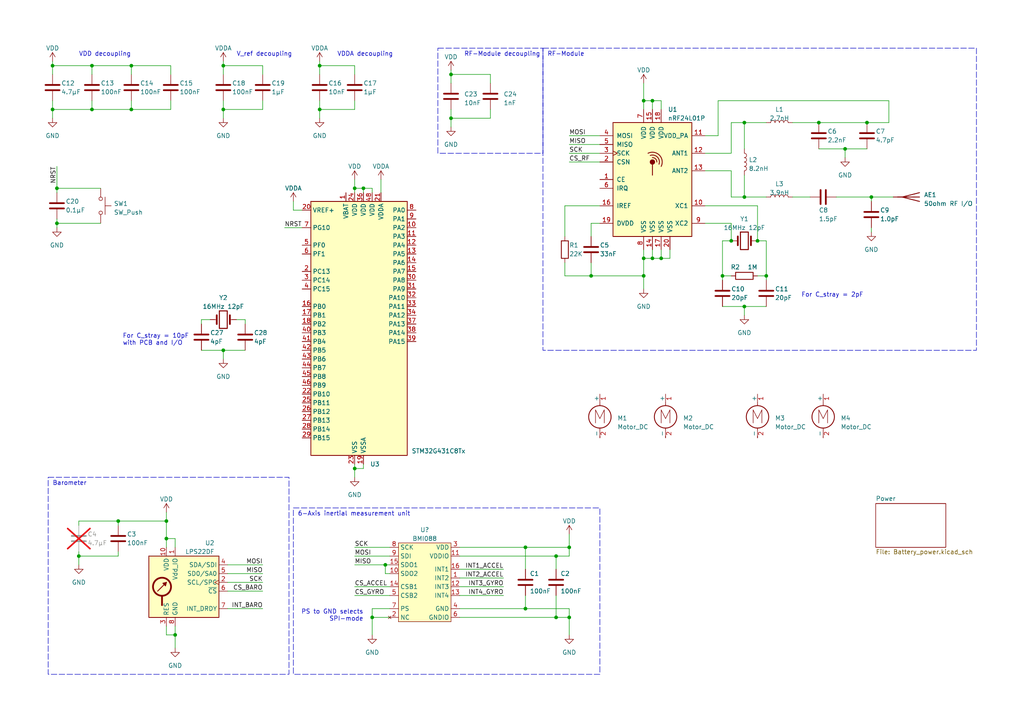
<source format=kicad_sch>
(kicad_sch (version 20230121) (generator eeschema)

  (uuid d6a44ee0-63ef-480b-80a0-8972486ddf94)

  (paper "A4")

  (lib_symbols
    (symbol "Device:Antenna" (pin_numbers hide) (pin_names (offset 1.016) hide) (in_bom yes) (on_board yes)
      (property "Reference" "AE" (at -1.905 1.905 0)
        (effects (font (size 1.27 1.27)) (justify right))
      )
      (property "Value" "Antenna" (at -1.905 0 0)
        (effects (font (size 1.27 1.27)) (justify right))
      )
      (property "Footprint" "" (at 0 0 0)
        (effects (font (size 1.27 1.27)) hide)
      )
      (property "Datasheet" "~" (at 0 0 0)
        (effects (font (size 1.27 1.27)) hide)
      )
      (property "ki_keywords" "antenna" (at 0 0 0)
        (effects (font (size 1.27 1.27)) hide)
      )
      (property "ki_description" "Antenna" (at 0 0 0)
        (effects (font (size 1.27 1.27)) hide)
      )
      (symbol "Antenna_0_1"
        (polyline
          (pts
            (xy 0 2.54)
            (xy 0 -3.81)
          )
          (stroke (width 0.254) (type default))
          (fill (type none))
        )
        (polyline
          (pts
            (xy 1.27 2.54)
            (xy 0 -2.54)
            (xy -1.27 2.54)
          )
          (stroke (width 0.254) (type default))
          (fill (type none))
        )
      )
      (symbol "Antenna_1_1"
        (pin input line (at 0 -5.08 90) (length 2.54)
          (name "A" (effects (font (size 1.27 1.27))))
          (number "1" (effects (font (size 1.27 1.27))))
        )
      )
    )
    (symbol "Device:C" (pin_numbers hide) (pin_names (offset 0.254)) (in_bom yes) (on_board yes)
      (property "Reference" "C" (at 0.635 2.54 0)
        (effects (font (size 1.27 1.27)) (justify left))
      )
      (property "Value" "C" (at 0.635 -2.54 0)
        (effects (font (size 1.27 1.27)) (justify left))
      )
      (property "Footprint" "" (at 0.9652 -3.81 0)
        (effects (font (size 1.27 1.27)) hide)
      )
      (property "Datasheet" "~" (at 0 0 0)
        (effects (font (size 1.27 1.27)) hide)
      )
      (property "ki_keywords" "cap capacitor" (at 0 0 0)
        (effects (font (size 1.27 1.27)) hide)
      )
      (property "ki_description" "Unpolarized capacitor" (at 0 0 0)
        (effects (font (size 1.27 1.27)) hide)
      )
      (property "ki_fp_filters" "C_*" (at 0 0 0)
        (effects (font (size 1.27 1.27)) hide)
      )
      (symbol "C_0_1"
        (polyline
          (pts
            (xy -2.032 -0.762)
            (xy 2.032 -0.762)
          )
          (stroke (width 0.508) (type default))
          (fill (type none))
        )
        (polyline
          (pts
            (xy -2.032 0.762)
            (xy 2.032 0.762)
          )
          (stroke (width 0.508) (type default))
          (fill (type none))
        )
      )
      (symbol "C_1_1"
        (pin passive line (at 0 3.81 270) (length 2.794)
          (name "~" (effects (font (size 1.27 1.27))))
          (number "1" (effects (font (size 1.27 1.27))))
        )
        (pin passive line (at 0 -3.81 90) (length 2.794)
          (name "~" (effects (font (size 1.27 1.27))))
          (number "2" (effects (font (size 1.27 1.27))))
        )
      )
    )
    (symbol "Device:Crystal" (pin_numbers hide) (pin_names (offset 1.016) hide) (in_bom yes) (on_board yes)
      (property "Reference" "Y" (at 0 3.81 0)
        (effects (font (size 1.27 1.27)))
      )
      (property "Value" "Crystal" (at 0 -3.81 0)
        (effects (font (size 1.27 1.27)))
      )
      (property "Footprint" "" (at 0 0 0)
        (effects (font (size 1.27 1.27)) hide)
      )
      (property "Datasheet" "~" (at 0 0 0)
        (effects (font (size 1.27 1.27)) hide)
      )
      (property "ki_keywords" "quartz ceramic resonator oscillator" (at 0 0 0)
        (effects (font (size 1.27 1.27)) hide)
      )
      (property "ki_description" "Two pin crystal" (at 0 0 0)
        (effects (font (size 1.27 1.27)) hide)
      )
      (property "ki_fp_filters" "Crystal*" (at 0 0 0)
        (effects (font (size 1.27 1.27)) hide)
      )
      (symbol "Crystal_0_1"
        (rectangle (start -1.143 2.54) (end 1.143 -2.54)
          (stroke (width 0.3048) (type default))
          (fill (type none))
        )
        (polyline
          (pts
            (xy -2.54 0)
            (xy -1.905 0)
          )
          (stroke (width 0) (type default))
          (fill (type none))
        )
        (polyline
          (pts
            (xy -1.905 -1.27)
            (xy -1.905 1.27)
          )
          (stroke (width 0.508) (type default))
          (fill (type none))
        )
        (polyline
          (pts
            (xy 1.905 -1.27)
            (xy 1.905 1.27)
          )
          (stroke (width 0.508) (type default))
          (fill (type none))
        )
        (polyline
          (pts
            (xy 2.54 0)
            (xy 1.905 0)
          )
          (stroke (width 0) (type default))
          (fill (type none))
        )
      )
      (symbol "Crystal_1_1"
        (pin passive line (at -3.81 0 0) (length 1.27)
          (name "1" (effects (font (size 1.27 1.27))))
          (number "1" (effects (font (size 1.27 1.27))))
        )
        (pin passive line (at 3.81 0 180) (length 1.27)
          (name "2" (effects (font (size 1.27 1.27))))
          (number "2" (effects (font (size 1.27 1.27))))
        )
      )
    )
    (symbol "Device:L" (pin_numbers hide) (pin_names (offset 1.016) hide) (in_bom yes) (on_board yes)
      (property "Reference" "L" (at -1.27 0 90)
        (effects (font (size 1.27 1.27)))
      )
      (property "Value" "L" (at 1.905 0 90)
        (effects (font (size 1.27 1.27)))
      )
      (property "Footprint" "" (at 0 0 0)
        (effects (font (size 1.27 1.27)) hide)
      )
      (property "Datasheet" "~" (at 0 0 0)
        (effects (font (size 1.27 1.27)) hide)
      )
      (property "ki_keywords" "inductor choke coil reactor magnetic" (at 0 0 0)
        (effects (font (size 1.27 1.27)) hide)
      )
      (property "ki_description" "Inductor" (at 0 0 0)
        (effects (font (size 1.27 1.27)) hide)
      )
      (property "ki_fp_filters" "Choke_* *Coil* Inductor_* L_*" (at 0 0 0)
        (effects (font (size 1.27 1.27)) hide)
      )
      (symbol "L_0_1"
        (arc (start 0 -2.54) (mid 0.6323 -1.905) (end 0 -1.27)
          (stroke (width 0) (type default))
          (fill (type none))
        )
        (arc (start 0 -1.27) (mid 0.6323 -0.635) (end 0 0)
          (stroke (width 0) (type default))
          (fill (type none))
        )
        (arc (start 0 0) (mid 0.6323 0.635) (end 0 1.27)
          (stroke (width 0) (type default))
          (fill (type none))
        )
        (arc (start 0 1.27) (mid 0.6323 1.905) (end 0 2.54)
          (stroke (width 0) (type default))
          (fill (type none))
        )
      )
      (symbol "L_1_1"
        (pin passive line (at 0 3.81 270) (length 1.27)
          (name "1" (effects (font (size 1.27 1.27))))
          (number "1" (effects (font (size 1.27 1.27))))
        )
        (pin passive line (at 0 -3.81 90) (length 1.27)
          (name "2" (effects (font (size 1.27 1.27))))
          (number "2" (effects (font (size 1.27 1.27))))
        )
      )
    )
    (symbol "Device:R" (pin_numbers hide) (pin_names (offset 0)) (in_bom yes) (on_board yes)
      (property "Reference" "R" (at 2.032 0 90)
        (effects (font (size 1.27 1.27)))
      )
      (property "Value" "R" (at 0 0 90)
        (effects (font (size 1.27 1.27)))
      )
      (property "Footprint" "" (at -1.778 0 90)
        (effects (font (size 1.27 1.27)) hide)
      )
      (property "Datasheet" "~" (at 0 0 0)
        (effects (font (size 1.27 1.27)) hide)
      )
      (property "ki_keywords" "R res resistor" (at 0 0 0)
        (effects (font (size 1.27 1.27)) hide)
      )
      (property "ki_description" "Resistor" (at 0 0 0)
        (effects (font (size 1.27 1.27)) hide)
      )
      (property "ki_fp_filters" "R_*" (at 0 0 0)
        (effects (font (size 1.27 1.27)) hide)
      )
      (symbol "R_0_1"
        (rectangle (start -1.016 -2.54) (end 1.016 2.54)
          (stroke (width 0.254) (type default))
          (fill (type none))
        )
      )
      (symbol "R_1_1"
        (pin passive line (at 0 3.81 270) (length 1.27)
          (name "~" (effects (font (size 1.27 1.27))))
          (number "1" (effects (font (size 1.27 1.27))))
        )
        (pin passive line (at 0 -3.81 90) (length 1.27)
          (name "~" (effects (font (size 1.27 1.27))))
          (number "2" (effects (font (size 1.27 1.27))))
        )
      )
    )
    (symbol "MCU_ST_STM32G4:STM32G431C8Tx" (in_bom yes) (on_board yes)
      (property "Reference" "U" (at -12.7 39.37 0)
        (effects (font (size 1.27 1.27)) (justify left))
      )
      (property "Value" "STM32G431C8Tx" (at 10.16 39.37 0)
        (effects (font (size 1.27 1.27)) (justify left))
      )
      (property "Footprint" "Package_QFP:LQFP-48_7x7mm_P0.5mm" (at -12.7 -35.56 0)
        (effects (font (size 1.27 1.27)) (justify right) hide)
      )
      (property "Datasheet" "https://www.st.com/resource/en/datasheet/stm32g431c8.pdf" (at 0 0 0)
        (effects (font (size 1.27 1.27)) hide)
      )
      (property "ki_locked" "" (at 0 0 0)
        (effects (font (size 1.27 1.27)))
      )
      (property "ki_keywords" "Arm Cortex-M4 STM32G4 STM32G4x1" (at 0 0 0)
        (effects (font (size 1.27 1.27)) hide)
      )
      (property "ki_description" "STMicroelectronics Arm Cortex-M4 MCU, 64KB flash, 32KB RAM, 170 MHz, 1.71-3.6V, 38 GPIO, LQFP48" (at 0 0 0)
        (effects (font (size 1.27 1.27)) hide)
      )
      (property "ki_fp_filters" "LQFP*7x7mm*P0.5mm*" (at 0 0 0)
        (effects (font (size 1.27 1.27)) hide)
      )
      (symbol "STM32G431C8Tx_0_1"
        (rectangle (start -12.7 -35.56) (end 15.24 38.1)
          (stroke (width 0.254) (type default))
          (fill (type background))
        )
      )
      (symbol "STM32G431C8Tx_1_1"
        (pin power_in line (at -2.54 40.64 270) (length 2.54)
          (name "VBAT" (effects (font (size 1.27 1.27))))
          (number "1" (effects (font (size 1.27 1.27))))
        )
        (pin bidirectional line (at 17.78 30.48 180) (length 2.54)
          (name "PA2" (effects (font (size 1.27 1.27))))
          (number "10" (effects (font (size 1.27 1.27))))
          (alternate "ADC1_IN3" bidirectional line)
          (alternate "COMP2_INM" bidirectional line)
          (alternate "COMP2_OUT" bidirectional line)
          (alternate "LPUART1_TX" bidirectional line)
          (alternate "OPAMP1_VOUT" bidirectional line)
          (alternate "RCC_LSCO" bidirectional line)
          (alternate "SYS_WKUP4" bidirectional line)
          (alternate "TIM15_CH1" bidirectional line)
          (alternate "TIM2_CH3" bidirectional line)
          (alternate "UCPD1_FRSTX1" bidirectional line)
          (alternate "UCPD1_FRSTX2" bidirectional line)
          (alternate "USART2_TX" bidirectional line)
        )
        (pin bidirectional line (at 17.78 27.94 180) (length 2.54)
          (name "PA3" (effects (font (size 1.27 1.27))))
          (number "11" (effects (font (size 1.27 1.27))))
          (alternate "ADC1_IN4" bidirectional line)
          (alternate "COMP2_INP" bidirectional line)
          (alternate "LPUART1_RX" bidirectional line)
          (alternate "OPAMP1_VINM" bidirectional line)
          (alternate "OPAMP1_VINM0" bidirectional line)
          (alternate "OPAMP1_VINM_SEC" bidirectional line)
          (alternate "OPAMP1_VINP" bidirectional line)
          (alternate "OPAMP1_VINP_SEC" bidirectional line)
          (alternate "SAI1_CK1" bidirectional line)
          (alternate "SAI1_MCLK_A" bidirectional line)
          (alternate "TIM15_CH2" bidirectional line)
          (alternate "TIM2_CH4" bidirectional line)
          (alternate "USART2_RX" bidirectional line)
        )
        (pin bidirectional line (at 17.78 25.4 180) (length 2.54)
          (name "PA4" (effects (font (size 1.27 1.27))))
          (number "12" (effects (font (size 1.27 1.27))))
          (alternate "ADC2_IN17" bidirectional line)
          (alternate "COMP1_INM" bidirectional line)
          (alternate "DAC1_OUT1" bidirectional line)
          (alternate "I2S3_WS" bidirectional line)
          (alternate "SAI1_FS_B" bidirectional line)
          (alternate "SPI1_NSS" bidirectional line)
          (alternate "SPI3_NSS" bidirectional line)
          (alternate "TIM3_CH2" bidirectional line)
          (alternate "USART2_CK" bidirectional line)
        )
        (pin bidirectional line (at 17.78 22.86 180) (length 2.54)
          (name "PA5" (effects (font (size 1.27 1.27))))
          (number "13" (effects (font (size 1.27 1.27))))
          (alternate "ADC2_IN13" bidirectional line)
          (alternate "COMP2_INM" bidirectional line)
          (alternate "DAC1_OUT2" bidirectional line)
          (alternate "OPAMP2_VINM" bidirectional line)
          (alternate "OPAMP2_VINM0" bidirectional line)
          (alternate "OPAMP2_VINM_SEC" bidirectional line)
          (alternate "SPI1_SCK" bidirectional line)
          (alternate "TIM2_CH1" bidirectional line)
          (alternate "TIM2_ETR" bidirectional line)
          (alternate "UCPD1_FRSTX1" bidirectional line)
          (alternate "UCPD1_FRSTX2" bidirectional line)
        )
        (pin bidirectional line (at 17.78 20.32 180) (length 2.54)
          (name "PA6" (effects (font (size 1.27 1.27))))
          (number "14" (effects (font (size 1.27 1.27))))
          (alternate "ADC2_IN3" bidirectional line)
          (alternate "COMP1_OUT" bidirectional line)
          (alternate "LPUART1_CTS" bidirectional line)
          (alternate "OPAMP2_VOUT" bidirectional line)
          (alternate "SPI1_MISO" bidirectional line)
          (alternate "TIM16_CH1" bidirectional line)
          (alternate "TIM1_BKIN" bidirectional line)
          (alternate "TIM3_CH1" bidirectional line)
          (alternate "TIM8_BKIN" bidirectional line)
        )
        (pin bidirectional line (at 17.78 17.78 180) (length 2.54)
          (name "PA7" (effects (font (size 1.27 1.27))))
          (number "15" (effects (font (size 1.27 1.27))))
          (alternate "ADC2_IN4" bidirectional line)
          (alternate "COMP2_INP" bidirectional line)
          (alternate "COMP2_OUT" bidirectional line)
          (alternate "OPAMP1_VINP" bidirectional line)
          (alternate "OPAMP1_VINP_SEC" bidirectional line)
          (alternate "OPAMP2_VINP" bidirectional line)
          (alternate "OPAMP2_VINP_SEC" bidirectional line)
          (alternate "SPI1_MOSI" bidirectional line)
          (alternate "TIM17_CH1" bidirectional line)
          (alternate "TIM1_CH1N" bidirectional line)
          (alternate "TIM3_CH2" bidirectional line)
          (alternate "TIM8_CH1N" bidirectional line)
          (alternate "UCPD1_FRSTX1" bidirectional line)
          (alternate "UCPD1_FRSTX2" bidirectional line)
        )
        (pin bidirectional line (at -15.24 7.62 0) (length 2.54)
          (name "PB0" (effects (font (size 1.27 1.27))))
          (number "16" (effects (font (size 1.27 1.27))))
          (alternate "ADC1_IN15" bidirectional line)
          (alternate "COMP4_INP" bidirectional line)
          (alternate "OPAMP2_VINP" bidirectional line)
          (alternate "OPAMP2_VINP_SEC" bidirectional line)
          (alternate "OPAMP3_VINP" bidirectional line)
          (alternate "OPAMP3_VINP_SEC" bidirectional line)
          (alternate "TIM1_CH2N" bidirectional line)
          (alternate "TIM3_CH3" bidirectional line)
          (alternate "TIM8_CH2N" bidirectional line)
          (alternate "UCPD1_FRSTX1" bidirectional line)
          (alternate "UCPD1_FRSTX2" bidirectional line)
        )
        (pin bidirectional line (at -15.24 5.08 0) (length 2.54)
          (name "PB1" (effects (font (size 1.27 1.27))))
          (number "17" (effects (font (size 1.27 1.27))))
          (alternate "ADC1_IN12" bidirectional line)
          (alternate "COMP1_INP" bidirectional line)
          (alternate "COMP4_OUT" bidirectional line)
          (alternate "LPUART1_DE" bidirectional line)
          (alternate "LPUART1_RTS" bidirectional line)
          (alternate "OPAMP3_VOUT" bidirectional line)
          (alternate "TIM1_CH3N" bidirectional line)
          (alternate "TIM3_CH4" bidirectional line)
          (alternate "TIM8_CH3N" bidirectional line)
        )
        (pin bidirectional line (at -15.24 2.54 0) (length 2.54)
          (name "PB2" (effects (font (size 1.27 1.27))))
          (number "18" (effects (font (size 1.27 1.27))))
          (alternate "ADC2_IN12" bidirectional line)
          (alternate "COMP4_INM" bidirectional line)
          (alternate "I2C3_SMBA" bidirectional line)
          (alternate "LPTIM1_OUT" bidirectional line)
          (alternate "OPAMP3_VINM" bidirectional line)
          (alternate "OPAMP3_VINM0" bidirectional line)
          (alternate "OPAMP3_VINM_SEC" bidirectional line)
          (alternate "RTC_OUT2" bidirectional line)
        )
        (pin power_in line (at 2.54 -38.1 90) (length 2.54)
          (name "VSSA" (effects (font (size 1.27 1.27))))
          (number "19" (effects (font (size 1.27 1.27))))
        )
        (pin bidirectional line (at -15.24 17.78 0) (length 2.54)
          (name "PC13" (effects (font (size 1.27 1.27))))
          (number "2" (effects (font (size 1.27 1.27))))
          (alternate "RTC_OUT1" bidirectional line)
          (alternate "RTC_TAMP1" bidirectional line)
          (alternate "RTC_TS" bidirectional line)
          (alternate "SYS_WKUP2" bidirectional line)
          (alternate "TIM1_BKIN" bidirectional line)
          (alternate "TIM1_CH1N" bidirectional line)
          (alternate "TIM8_CH4N" bidirectional line)
        )
        (pin input line (at -15.24 35.56 0) (length 2.54)
          (name "VREF+" (effects (font (size 1.27 1.27))))
          (number "20" (effects (font (size 1.27 1.27))))
          (alternate "VREFBUF_OUT" bidirectional line)
        )
        (pin power_in line (at 7.62 40.64 270) (length 2.54)
          (name "VDDA" (effects (font (size 1.27 1.27))))
          (number "21" (effects (font (size 1.27 1.27))))
        )
        (pin bidirectional line (at -15.24 -17.78 0) (length 2.54)
          (name "PB10" (effects (font (size 1.27 1.27))))
          (number "22" (effects (font (size 1.27 1.27))))
          (alternate "DAC1_EXTI10" bidirectional line)
          (alternate "DAC3_EXTI10" bidirectional line)
          (alternate "LPUART1_RX" bidirectional line)
          (alternate "OPAMP3_VINM" bidirectional line)
          (alternate "OPAMP3_VINM1" bidirectional line)
          (alternate "OPAMP3_VINM_SEC" bidirectional line)
          (alternate "SAI1_SCK_A" bidirectional line)
          (alternate "TIM1_BKIN" bidirectional line)
          (alternate "TIM2_CH3" bidirectional line)
          (alternate "USART3_TX" bidirectional line)
        )
        (pin power_in line (at 0 -38.1 90) (length 2.54)
          (name "VSS" (effects (font (size 1.27 1.27))))
          (number "23" (effects (font (size 1.27 1.27))))
        )
        (pin power_in line (at 0 40.64 270) (length 2.54)
          (name "VDD" (effects (font (size 1.27 1.27))))
          (number "24" (effects (font (size 1.27 1.27))))
        )
        (pin bidirectional line (at -15.24 -20.32 0) (length 2.54)
          (name "PB11" (effects (font (size 1.27 1.27))))
          (number "25" (effects (font (size 1.27 1.27))))
          (alternate "ADC1_EXTI11" bidirectional line)
          (alternate "ADC1_IN14" bidirectional line)
          (alternate "ADC2_EXTI11" bidirectional line)
          (alternate "ADC2_IN14" bidirectional line)
          (alternate "LPUART1_TX" bidirectional line)
          (alternate "TIM2_CH4" bidirectional line)
          (alternate "USART3_RX" bidirectional line)
        )
        (pin bidirectional line (at -15.24 -22.86 0) (length 2.54)
          (name "PB12" (effects (font (size 1.27 1.27))))
          (number "26" (effects (font (size 1.27 1.27))))
          (alternate "ADC1_IN11" bidirectional line)
          (alternate "I2C2_SMBA" bidirectional line)
          (alternate "I2S2_WS" bidirectional line)
          (alternate "LPUART1_DE" bidirectional line)
          (alternate "LPUART1_RTS" bidirectional line)
          (alternate "SPI2_NSS" bidirectional line)
          (alternate "TIM1_BKIN" bidirectional line)
          (alternate "USART3_CK" bidirectional line)
        )
        (pin bidirectional line (at -15.24 -25.4 0) (length 2.54)
          (name "PB13" (effects (font (size 1.27 1.27))))
          (number "27" (effects (font (size 1.27 1.27))))
          (alternate "I2S2_CK" bidirectional line)
          (alternate "LPUART1_CTS" bidirectional line)
          (alternate "OPAMP3_VINP" bidirectional line)
          (alternate "OPAMP3_VINP_SEC" bidirectional line)
          (alternate "SPI2_SCK" bidirectional line)
          (alternate "TIM1_CH1N" bidirectional line)
          (alternate "USART3_CTS" bidirectional line)
          (alternate "USART3_NSS" bidirectional line)
        )
        (pin bidirectional line (at -15.24 -27.94 0) (length 2.54)
          (name "PB14" (effects (font (size 1.27 1.27))))
          (number "28" (effects (font (size 1.27 1.27))))
          (alternate "ADC1_IN5" bidirectional line)
          (alternate "COMP4_OUT" bidirectional line)
          (alternate "OPAMP2_VINP" bidirectional line)
          (alternate "OPAMP2_VINP_SEC" bidirectional line)
          (alternate "SPI2_MISO" bidirectional line)
          (alternate "TIM15_CH1" bidirectional line)
          (alternate "TIM1_CH2N" bidirectional line)
          (alternate "USART3_DE" bidirectional line)
          (alternate "USART3_RTS" bidirectional line)
        )
        (pin bidirectional line (at -15.24 -30.48 0) (length 2.54)
          (name "PB15" (effects (font (size 1.27 1.27))))
          (number "29" (effects (font (size 1.27 1.27))))
          (alternate "ADC1_EXTI15" bidirectional line)
          (alternate "ADC2_EXTI15" bidirectional line)
          (alternate "ADC2_IN15" bidirectional line)
          (alternate "COMP3_OUT" bidirectional line)
          (alternate "I2S2_SD" bidirectional line)
          (alternate "RTC_REFIN" bidirectional line)
          (alternate "SPI2_MOSI" bidirectional line)
          (alternate "TIM15_CH1N" bidirectional line)
          (alternate "TIM15_CH2" bidirectional line)
          (alternate "TIM1_CH3N" bidirectional line)
        )
        (pin bidirectional line (at -15.24 15.24 0) (length 2.54)
          (name "PC14" (effects (font (size 1.27 1.27))))
          (number "3" (effects (font (size 1.27 1.27))))
          (alternate "RCC_OSC32_IN" bidirectional line)
        )
        (pin bidirectional line (at 17.78 15.24 180) (length 2.54)
          (name "PA8" (effects (font (size 1.27 1.27))))
          (number "30" (effects (font (size 1.27 1.27))))
          (alternate "I2C2_SDA" bidirectional line)
          (alternate "I2C3_SCL" bidirectional line)
          (alternate "I2S2_MCK" bidirectional line)
          (alternate "RCC_MCO" bidirectional line)
          (alternate "SAI1_CK2" bidirectional line)
          (alternate "SAI1_SCK_A" bidirectional line)
          (alternate "TIM1_CH1" bidirectional line)
          (alternate "TIM4_ETR" bidirectional line)
          (alternate "USART1_CK" bidirectional line)
        )
        (pin bidirectional line (at 17.78 12.7 180) (length 2.54)
          (name "PA9" (effects (font (size 1.27 1.27))))
          (number "31" (effects (font (size 1.27 1.27))))
          (alternate "DAC1_EXTI9" bidirectional line)
          (alternate "DAC3_EXTI9" bidirectional line)
          (alternate "I2C2_SCL" bidirectional line)
          (alternate "I2C3_SMBA" bidirectional line)
          (alternate "I2S3_MCK" bidirectional line)
          (alternate "SAI1_FS_A" bidirectional line)
          (alternate "TIM15_BKIN" bidirectional line)
          (alternate "TIM1_CH2" bidirectional line)
          (alternate "TIM2_CH3" bidirectional line)
          (alternate "UCPD1_DBCC1" bidirectional line)
          (alternate "USART1_TX" bidirectional line)
        )
        (pin bidirectional line (at 17.78 10.16 180) (length 2.54)
          (name "PA10" (effects (font (size 1.27 1.27))))
          (number "32" (effects (font (size 1.27 1.27))))
          (alternate "CRS_SYNC" bidirectional line)
          (alternate "DAC1_EXTI10" bidirectional line)
          (alternate "DAC3_EXTI10" bidirectional line)
          (alternate "I2C2_SMBA" bidirectional line)
          (alternate "SAI1_D1" bidirectional line)
          (alternate "SAI1_SD_A" bidirectional line)
          (alternate "SPI2_MISO" bidirectional line)
          (alternate "TIM17_BKIN" bidirectional line)
          (alternate "TIM1_CH3" bidirectional line)
          (alternate "TIM2_CH4" bidirectional line)
          (alternate "TIM8_BKIN" bidirectional line)
          (alternate "UCPD1_DBCC2" bidirectional line)
          (alternate "USART1_RX" bidirectional line)
        )
        (pin bidirectional line (at 17.78 7.62 180) (length 2.54)
          (name "PA11" (effects (font (size 1.27 1.27))))
          (number "33" (effects (font (size 1.27 1.27))))
          (alternate "ADC1_EXTI11" bidirectional line)
          (alternate "ADC2_EXTI11" bidirectional line)
          (alternate "COMP1_OUT" bidirectional line)
          (alternate "FDCAN1_RX" bidirectional line)
          (alternate "I2S2_SD" bidirectional line)
          (alternate "SPI2_MOSI" bidirectional line)
          (alternate "TIM1_BKIN2" bidirectional line)
          (alternate "TIM1_CH1N" bidirectional line)
          (alternate "TIM1_CH4" bidirectional line)
          (alternate "TIM4_CH1" bidirectional line)
          (alternate "USART1_CTS" bidirectional line)
          (alternate "USART1_NSS" bidirectional line)
          (alternate "USB_DM" bidirectional line)
        )
        (pin bidirectional line (at 17.78 5.08 180) (length 2.54)
          (name "PA12" (effects (font (size 1.27 1.27))))
          (number "34" (effects (font (size 1.27 1.27))))
          (alternate "COMP2_OUT" bidirectional line)
          (alternate "FDCAN1_TX" bidirectional line)
          (alternate "I2S_CKIN" bidirectional line)
          (alternate "TIM16_CH1" bidirectional line)
          (alternate "TIM1_CH2N" bidirectional line)
          (alternate "TIM1_ETR" bidirectional line)
          (alternate "TIM4_CH2" bidirectional line)
          (alternate "USART1_DE" bidirectional line)
          (alternate "USART1_RTS" bidirectional line)
          (alternate "USB_DP" bidirectional line)
        )
        (pin passive line (at 0 -38.1 90) (length 2.54) hide
          (name "VSS" (effects (font (size 1.27 1.27))))
          (number "35" (effects (font (size 1.27 1.27))))
        )
        (pin power_in line (at 2.54 40.64 270) (length 2.54)
          (name "VDD" (effects (font (size 1.27 1.27))))
          (number "36" (effects (font (size 1.27 1.27))))
        )
        (pin bidirectional line (at 17.78 2.54 180) (length 2.54)
          (name "PA13" (effects (font (size 1.27 1.27))))
          (number "37" (effects (font (size 1.27 1.27))))
          (alternate "I2C1_SCL" bidirectional line)
          (alternate "IR_OUT" bidirectional line)
          (alternate "SAI1_SD_B" bidirectional line)
          (alternate "SYS_JTMS-SWDIO" bidirectional line)
          (alternate "TIM16_CH1N" bidirectional line)
          (alternate "TIM4_CH3" bidirectional line)
          (alternate "USART3_CTS" bidirectional line)
          (alternate "USART3_NSS" bidirectional line)
        )
        (pin bidirectional line (at 17.78 0 180) (length 2.54)
          (name "PA14" (effects (font (size 1.27 1.27))))
          (number "38" (effects (font (size 1.27 1.27))))
          (alternate "I2C1_SDA" bidirectional line)
          (alternate "LPTIM1_OUT" bidirectional line)
          (alternate "SAI1_FS_B" bidirectional line)
          (alternate "SYS_JTCK-SWCLK" bidirectional line)
          (alternate "TIM1_BKIN" bidirectional line)
          (alternate "TIM8_CH2" bidirectional line)
          (alternate "USART2_TX" bidirectional line)
        )
        (pin bidirectional line (at 17.78 -2.54 180) (length 2.54)
          (name "PA15" (effects (font (size 1.27 1.27))))
          (number "39" (effects (font (size 1.27 1.27))))
          (alternate "ADC1_EXTI15" bidirectional line)
          (alternate "ADC2_EXTI15" bidirectional line)
          (alternate "I2C1_SCL" bidirectional line)
          (alternate "I2S3_WS" bidirectional line)
          (alternate "SPI1_NSS" bidirectional line)
          (alternate "SPI3_NSS" bidirectional line)
          (alternate "SYS_JTDI" bidirectional line)
          (alternate "TIM1_BKIN" bidirectional line)
          (alternate "TIM2_CH1" bidirectional line)
          (alternate "TIM2_ETR" bidirectional line)
          (alternate "TIM8_CH1" bidirectional line)
          (alternate "USART2_RX" bidirectional line)
        )
        (pin bidirectional line (at -15.24 12.7 0) (length 2.54)
          (name "PC15" (effects (font (size 1.27 1.27))))
          (number "4" (effects (font (size 1.27 1.27))))
          (alternate "ADC1_EXTI15" bidirectional line)
          (alternate "ADC2_EXTI15" bidirectional line)
          (alternate "RCC_OSC32_OUT" bidirectional line)
        )
        (pin bidirectional line (at -15.24 0 0) (length 2.54)
          (name "PB3" (effects (font (size 1.27 1.27))))
          (number "40" (effects (font (size 1.27 1.27))))
          (alternate "CRS_SYNC" bidirectional line)
          (alternate "I2S3_CK" bidirectional line)
          (alternate "SAI1_SCK_B" bidirectional line)
          (alternate "SPI1_SCK" bidirectional line)
          (alternate "SPI3_SCK" bidirectional line)
          (alternate "SYS_JTDO-SWO" bidirectional line)
          (alternate "TIM2_CH2" bidirectional line)
          (alternate "TIM3_ETR" bidirectional line)
          (alternate "TIM4_ETR" bidirectional line)
          (alternate "TIM8_CH1N" bidirectional line)
          (alternate "USART2_TX" bidirectional line)
        )
        (pin bidirectional line (at -15.24 -2.54 0) (length 2.54)
          (name "PB4" (effects (font (size 1.27 1.27))))
          (number "41" (effects (font (size 1.27 1.27))))
          (alternate "SAI1_MCLK_B" bidirectional line)
          (alternate "SPI1_MISO" bidirectional line)
          (alternate "SPI3_MISO" bidirectional line)
          (alternate "SYS_JTRST" bidirectional line)
          (alternate "TIM16_CH1" bidirectional line)
          (alternate "TIM17_BKIN" bidirectional line)
          (alternate "TIM3_CH1" bidirectional line)
          (alternate "TIM8_CH2N" bidirectional line)
          (alternate "UCPD1_CC2" bidirectional line)
          (alternate "USART2_RX" bidirectional line)
        )
        (pin bidirectional line (at -15.24 -5.08 0) (length 2.54)
          (name "PB5" (effects (font (size 1.27 1.27))))
          (number "42" (effects (font (size 1.27 1.27))))
          (alternate "I2C1_SMBA" bidirectional line)
          (alternate "I2C3_SDA" bidirectional line)
          (alternate "I2S3_SD" bidirectional line)
          (alternate "LPTIM1_IN1" bidirectional line)
          (alternate "SAI1_SD_B" bidirectional line)
          (alternate "SPI1_MOSI" bidirectional line)
          (alternate "SPI3_MOSI" bidirectional line)
          (alternate "TIM16_BKIN" bidirectional line)
          (alternate "TIM17_CH1" bidirectional line)
          (alternate "TIM3_CH2" bidirectional line)
          (alternate "TIM8_CH3N" bidirectional line)
          (alternate "USART2_CK" bidirectional line)
        )
        (pin bidirectional line (at -15.24 -7.62 0) (length 2.54)
          (name "PB6" (effects (font (size 1.27 1.27))))
          (number "43" (effects (font (size 1.27 1.27))))
          (alternate "COMP4_OUT" bidirectional line)
          (alternate "LPTIM1_ETR" bidirectional line)
          (alternate "SAI1_FS_B" bidirectional line)
          (alternate "TIM16_CH1N" bidirectional line)
          (alternate "TIM4_CH1" bidirectional line)
          (alternate "TIM8_BKIN2" bidirectional line)
          (alternate "TIM8_CH1" bidirectional line)
          (alternate "TIM8_ETR" bidirectional line)
          (alternate "UCPD1_CC1" bidirectional line)
          (alternate "USART1_TX" bidirectional line)
        )
        (pin bidirectional line (at -15.24 -10.16 0) (length 2.54)
          (name "PB7" (effects (font (size 1.27 1.27))))
          (number "44" (effects (font (size 1.27 1.27))))
          (alternate "COMP3_OUT" bidirectional line)
          (alternate "I2C1_SDA" bidirectional line)
          (alternate "LPTIM1_IN2" bidirectional line)
          (alternate "SYS_PVD_IN" bidirectional line)
          (alternate "TIM17_CH1N" bidirectional line)
          (alternate "TIM3_CH4" bidirectional line)
          (alternate "TIM4_CH2" bidirectional line)
          (alternate "TIM8_BKIN" bidirectional line)
          (alternate "USART1_RX" bidirectional line)
        )
        (pin bidirectional line (at -15.24 -12.7 0) (length 2.54)
          (name "PB8" (effects (font (size 1.27 1.27))))
          (number "45" (effects (font (size 1.27 1.27))))
          (alternate "COMP1_OUT" bidirectional line)
          (alternate "FDCAN1_RX" bidirectional line)
          (alternate "I2C1_SCL" bidirectional line)
          (alternate "SAI1_CK1" bidirectional line)
          (alternate "SAI1_MCLK_A" bidirectional line)
          (alternate "TIM16_CH1" bidirectional line)
          (alternate "TIM1_BKIN" bidirectional line)
          (alternate "TIM4_CH3" bidirectional line)
          (alternate "TIM8_CH2" bidirectional line)
          (alternate "USART3_RX" bidirectional line)
        )
        (pin bidirectional line (at -15.24 -15.24 0) (length 2.54)
          (name "PB9" (effects (font (size 1.27 1.27))))
          (number "46" (effects (font (size 1.27 1.27))))
          (alternate "COMP2_OUT" bidirectional line)
          (alternate "DAC1_EXTI9" bidirectional line)
          (alternate "DAC3_EXTI9" bidirectional line)
          (alternate "FDCAN1_TX" bidirectional line)
          (alternate "I2C1_SDA" bidirectional line)
          (alternate "IR_OUT" bidirectional line)
          (alternate "SAI1_D2" bidirectional line)
          (alternate "SAI1_FS_A" bidirectional line)
          (alternate "TIM17_CH1" bidirectional line)
          (alternate "TIM1_CH3N" bidirectional line)
          (alternate "TIM4_CH4" bidirectional line)
          (alternate "TIM8_CH3" bidirectional line)
          (alternate "USART3_TX" bidirectional line)
        )
        (pin passive line (at 0 -38.1 90) (length 2.54) hide
          (name "VSS" (effects (font (size 1.27 1.27))))
          (number "47" (effects (font (size 1.27 1.27))))
        )
        (pin power_in line (at 5.08 40.64 270) (length 2.54)
          (name "VDD" (effects (font (size 1.27 1.27))))
          (number "48" (effects (font (size 1.27 1.27))))
        )
        (pin bidirectional line (at -15.24 25.4 0) (length 2.54)
          (name "PF0" (effects (font (size 1.27 1.27))))
          (number "5" (effects (font (size 1.27 1.27))))
          (alternate "ADC1_IN10" bidirectional line)
          (alternate "I2C2_SDA" bidirectional line)
          (alternate "I2S2_WS" bidirectional line)
          (alternate "RCC_OSC_IN" bidirectional line)
          (alternate "SPI2_NSS" bidirectional line)
          (alternate "TIM1_CH3N" bidirectional line)
        )
        (pin bidirectional line (at -15.24 22.86 0) (length 2.54)
          (name "PF1" (effects (font (size 1.27 1.27))))
          (number "6" (effects (font (size 1.27 1.27))))
          (alternate "ADC2_IN10" bidirectional line)
          (alternate "COMP3_INM" bidirectional line)
          (alternate "I2S2_CK" bidirectional line)
          (alternate "RCC_OSC_OUT" bidirectional line)
          (alternate "SPI2_SCK" bidirectional line)
        )
        (pin bidirectional line (at -15.24 30.48 0) (length 2.54)
          (name "PG10" (effects (font (size 1.27 1.27))))
          (number "7" (effects (font (size 1.27 1.27))))
          (alternate "DAC1_EXTI10" bidirectional line)
          (alternate "DAC3_EXTI10" bidirectional line)
          (alternate "RCC_MCO" bidirectional line)
        )
        (pin bidirectional line (at 17.78 35.56 180) (length 2.54)
          (name "PA0" (effects (font (size 1.27 1.27))))
          (number "8" (effects (font (size 1.27 1.27))))
          (alternate "ADC1_IN1" bidirectional line)
          (alternate "ADC2_IN1" bidirectional line)
          (alternate "COMP1_INM" bidirectional line)
          (alternate "COMP1_OUT" bidirectional line)
          (alternate "COMP3_INP" bidirectional line)
          (alternate "RTC_TAMP2" bidirectional line)
          (alternate "SYS_WKUP1" bidirectional line)
          (alternate "TIM2_CH1" bidirectional line)
          (alternate "TIM2_ETR" bidirectional line)
          (alternate "TIM8_BKIN" bidirectional line)
          (alternate "TIM8_ETR" bidirectional line)
          (alternate "USART2_CTS" bidirectional line)
          (alternate "USART2_NSS" bidirectional line)
        )
        (pin bidirectional line (at 17.78 33.02 180) (length 2.54)
          (name "PA1" (effects (font (size 1.27 1.27))))
          (number "9" (effects (font (size 1.27 1.27))))
          (alternate "ADC1_IN2" bidirectional line)
          (alternate "ADC2_IN2" bidirectional line)
          (alternate "COMP1_INP" bidirectional line)
          (alternate "OPAMP1_VINP" bidirectional line)
          (alternate "OPAMP1_VINP_SEC" bidirectional line)
          (alternate "OPAMP3_VINP" bidirectional line)
          (alternate "OPAMP3_VINP_SEC" bidirectional line)
          (alternate "RTC_REFIN" bidirectional line)
          (alternate "TIM15_CH1N" bidirectional line)
          (alternate "TIM2_CH2" bidirectional line)
          (alternate "USART2_DE" bidirectional line)
          (alternate "USART2_RTS" bidirectional line)
        )
      )
    )
    (symbol "Motor:Motor_DC" (pin_names (offset 0)) (in_bom yes) (on_board yes)
      (property "Reference" "M" (at 2.54 2.54 0)
        (effects (font (size 1.27 1.27)) (justify left))
      )
      (property "Value" "Motor_DC" (at 2.54 -5.08 0)
        (effects (font (size 1.27 1.27)) (justify left top))
      )
      (property "Footprint" "" (at 0 -2.286 0)
        (effects (font (size 1.27 1.27)) hide)
      )
      (property "Datasheet" "~" (at 0 -2.286 0)
        (effects (font (size 1.27 1.27)) hide)
      )
      (property "ki_keywords" "DC Motor" (at 0 0 0)
        (effects (font (size 1.27 1.27)) hide)
      )
      (property "ki_description" "DC Motor" (at 0 0 0)
        (effects (font (size 1.27 1.27)) hide)
      )
      (property "ki_fp_filters" "PinHeader*P2.54mm* TerminalBlock*" (at 0 0 0)
        (effects (font (size 1.27 1.27)) hide)
      )
      (symbol "Motor_DC_0_0"
        (polyline
          (pts
            (xy -1.27 -3.302)
            (xy -1.27 0.508)
            (xy 0 -2.032)
            (xy 1.27 0.508)
            (xy 1.27 -3.302)
          )
          (stroke (width 0) (type default))
          (fill (type none))
        )
      )
      (symbol "Motor_DC_0_1"
        (circle (center 0 -1.524) (radius 3.2512)
          (stroke (width 0.254) (type default))
          (fill (type none))
        )
        (polyline
          (pts
            (xy 0 -7.62)
            (xy 0 -7.112)
          )
          (stroke (width 0) (type default))
          (fill (type none))
        )
        (polyline
          (pts
            (xy 0 -4.7752)
            (xy 0 -5.1816)
          )
          (stroke (width 0) (type default))
          (fill (type none))
        )
        (polyline
          (pts
            (xy 0 1.7272)
            (xy 0 2.0828)
          )
          (stroke (width 0) (type default))
          (fill (type none))
        )
        (polyline
          (pts
            (xy 0 2.032)
            (xy 0 2.54)
          )
          (stroke (width 0) (type default))
          (fill (type none))
        )
      )
      (symbol "Motor_DC_1_1"
        (pin passive line (at 0 5.08 270) (length 2.54)
          (name "+" (effects (font (size 1.27 1.27))))
          (number "1" (effects (font (size 1.27 1.27))))
        )
        (pin passive line (at 0 -7.62 90) (length 2.54)
          (name "-" (effects (font (size 1.27 1.27))))
          (number "2" (effects (font (size 1.27 1.27))))
        )
      )
    )
    (symbol "RF:nRF24L01P" (pin_names (offset 1.016)) (in_bom yes) (on_board yes)
      (property "Reference" "U" (at -11.43 17.78 0)
        (effects (font (size 1.27 1.27)) (justify left))
      )
      (property "Value" "nRF24L01P" (at 5.08 17.78 0)
        (effects (font (size 1.27 1.27)) (justify left))
      )
      (property "Footprint" "Package_DFN_QFN:QFN-20-1EP_4x4mm_P0.5mm_EP2.5x2.5mm" (at 5.08 20.32 0)
        (effects (font (size 1.27 1.27) italic) (justify left) hide)
      )
      (property "Datasheet" "http://www.nordicsemi.com/eng/content/download/2726/34069/file/nRF24L01P_Product_Specification_1_0.pdf" (at 0 2.54 0)
        (effects (font (size 1.27 1.27)) hide)
      )
      (property "ki_keywords" "Low Power RF Transceiver" (at 0 0 0)
        (effects (font (size 1.27 1.27)) hide)
      )
      (property "ki_description" "nRF24L01+, Ultra low power 2.4GHz RF Transceiver, QFN20 4x4mm" (at 0 0 0)
        (effects (font (size 1.27 1.27)) hide)
      )
      (property "ki_fp_filters" "QFN*4x4*0.5mm*" (at 0 0 0)
        (effects (font (size 1.27 1.27)) hide)
      )
      (symbol "nRF24L01P_0_1"
        (rectangle (start -11.43 16.51) (end 11.43 -16.51)
          (stroke (width 0.254) (type default))
          (fill (type background))
        )
        (polyline
          (pts
            (xy 0 4.445)
            (xy 0 1.27)
          )
          (stroke (width 0.254) (type default))
          (fill (type none))
        )
        (circle (center 0 5.08) (radius 0.635)
          (stroke (width 0.254) (type default))
          (fill (type outline))
        )
        (arc (start 1.27 5.08) (mid 0.9071 5.9946) (end 0 6.35)
          (stroke (width 0.254) (type default))
          (fill (type none))
        )
        (arc (start 1.905 4.445) (mid 1.4313 6.5254) (end -0.635 6.985)
          (stroke (width 0.254) (type default))
          (fill (type none))
        )
        (arc (start 2.54 3.81) (mid 2.008 7.088) (end -1.27 7.62)
          (stroke (width 0.254) (type default))
          (fill (type none))
        )
        (rectangle (start 11.43 -13.97) (end 11.43 -13.97)
          (stroke (width 0) (type default))
          (fill (type none))
        )
      )
      (symbol "nRF24L01P_1_1"
        (pin input line (at -15.24 0 0) (length 3.81)
          (name "CE" (effects (font (size 1.27 1.27))))
          (number "1" (effects (font (size 1.27 1.27))))
        )
        (pin passive line (at 15.24 -7.62 180) (length 3.81)
          (name "XC1" (effects (font (size 1.27 1.27))))
          (number "10" (effects (font (size 1.27 1.27))))
        )
        (pin power_out line (at 15.24 12.7 180) (length 3.81)
          (name "VDD_PA" (effects (font (size 1.27 1.27))))
          (number "11" (effects (font (size 1.27 1.27))))
        )
        (pin passive line (at 15.24 7.62 180) (length 3.81)
          (name "ANT1" (effects (font (size 1.27 1.27))))
          (number "12" (effects (font (size 1.27 1.27))))
        )
        (pin passive line (at 15.24 2.54 180) (length 3.81)
          (name "ANT2" (effects (font (size 1.27 1.27))))
          (number "13" (effects (font (size 1.27 1.27))))
        )
        (pin power_in line (at 0 -20.32 90) (length 3.81)
          (name "VSS" (effects (font (size 1.27 1.27))))
          (number "14" (effects (font (size 1.27 1.27))))
        )
        (pin power_in line (at 0 20.32 270) (length 3.81)
          (name "VDD" (effects (font (size 1.27 1.27))))
          (number "15" (effects (font (size 1.27 1.27))))
        )
        (pin passive line (at -15.24 -7.62 0) (length 3.81)
          (name "IREF" (effects (font (size 1.27 1.27))))
          (number "16" (effects (font (size 1.27 1.27))))
        )
        (pin power_in line (at 2.54 -20.32 90) (length 3.81)
          (name "VSS" (effects (font (size 1.27 1.27))))
          (number "17" (effects (font (size 1.27 1.27))))
        )
        (pin power_in line (at 2.54 20.32 270) (length 3.81)
          (name "VDD" (effects (font (size 1.27 1.27))))
          (number "18" (effects (font (size 1.27 1.27))))
        )
        (pin power_out line (at -15.24 -12.7 0) (length 3.81)
          (name "DVDD" (effects (font (size 1.27 1.27))))
          (number "19" (effects (font (size 1.27 1.27))))
        )
        (pin input line (at -15.24 5.08 0) (length 3.81)
          (name "CSN" (effects (font (size 1.27 1.27))))
          (number "2" (effects (font (size 1.27 1.27))))
        )
        (pin power_in line (at 5.08 -20.32 90) (length 3.81)
          (name "VSS" (effects (font (size 1.27 1.27))))
          (number "20" (effects (font (size 1.27 1.27))))
        )
        (pin input clock (at -15.24 7.62 0) (length 3.81)
          (name "SCK" (effects (font (size 1.27 1.27))))
          (number "3" (effects (font (size 1.27 1.27))))
        )
        (pin input line (at -15.24 12.7 0) (length 3.81)
          (name "MOSI" (effects (font (size 1.27 1.27))))
          (number "4" (effects (font (size 1.27 1.27))))
        )
        (pin output line (at -15.24 10.16 0) (length 3.81)
          (name "MISO" (effects (font (size 1.27 1.27))))
          (number "5" (effects (font (size 1.27 1.27))))
        )
        (pin output line (at -15.24 -2.54 0) (length 3.81)
          (name "IRQ" (effects (font (size 1.27 1.27))))
          (number "6" (effects (font (size 1.27 1.27))))
        )
        (pin power_in line (at -2.54 20.32 270) (length 3.81)
          (name "VDD" (effects (font (size 1.27 1.27))))
          (number "7" (effects (font (size 1.27 1.27))))
        )
        (pin power_in line (at -2.54 -20.32 90) (length 3.81)
          (name "VSS" (effects (font (size 1.27 1.27))))
          (number "8" (effects (font (size 1.27 1.27))))
        )
        (pin passive line (at 15.24 -12.7 180) (length 3.81)
          (name "XC2" (effects (font (size 1.27 1.27))))
          (number "9" (effects (font (size 1.27 1.27))))
        )
      )
    )
    (symbol "SamacSys_Parts:BMI088" (in_bom yes) (on_board yes)
      (property "Reference" "U" (at 2.54 5.08 0)
        (effects (font (size 1.27 1.27)))
      )
      (property "Value" "BMI088" (at 2.54 -21.59 0)
        (effects (font (size 1.27 1.27)))
      )
      (property "Footprint" "" (at 0 0 0)
        (effects (font (size 1.27 1.27)) hide)
      )
      (property "Datasheet" "" (at 0 0 0)
        (effects (font (size 1.27 1.27)) hide)
      )
      (symbol "BMI088_0_1"
        (rectangle (start -5.08 2.54) (end 10.16 -20.32)
          (stroke (width 0) (type default))
          (fill (type background))
        )
      )
      (symbol "BMI088_1_1"
        (pin bidirectional line (at 12.7 -7.62 180) (length 2.54)
          (name "INT2" (effects (font (size 1.27 1.27))))
          (number "1" (effects (font (size 1.27 1.27))))
        )
        (pin output line (at -7.62 -6.35 0) (length 2.54)
          (name "SDO2" (effects (font (size 1.27 1.27))))
          (number "10" (effects (font (size 1.27 1.27))))
        )
        (pin unspecified line (at 12.7 -1.27 180) (length 2.54)
          (name "VDDIO" (effects (font (size 1.27 1.27))))
          (number "11" (effects (font (size 1.27 1.27))))
        )
        (pin output line (at 12.7 -10.16 180) (length 2.54)
          (name "INT3" (effects (font (size 1.27 1.27))))
          (number "12" (effects (font (size 1.27 1.27))))
        )
        (pin output line (at 12.7 -12.7 180) (length 2.54)
          (name "INT4" (effects (font (size 1.27 1.27))))
          (number "13" (effects (font (size 1.27 1.27))))
        )
        (pin input line (at -7.62 -10.16 0) (length 2.54)
          (name "CSB1" (effects (font (size 1.27 1.27))))
          (number "14" (effects (font (size 1.27 1.27))))
        )
        (pin output line (at -7.62 -3.81 0) (length 2.54)
          (name "SDO1" (effects (font (size 1.27 1.27))))
          (number "15" (effects (font (size 1.27 1.27))))
        )
        (pin bidirectional line (at 12.7 -5.08 180) (length 2.54)
          (name "INT1" (effects (font (size 1.27 1.27))))
          (number "16" (effects (font (size 1.27 1.27))))
        )
        (pin no_connect line (at -7.62 -19.05 0) (length 2.54)
          (name "NC" (effects (font (size 1.27 1.27))))
          (number "2" (effects (font (size 1.27 1.27))))
        )
        (pin unspecified line (at 12.7 1.27 180) (length 2.54)
          (name "VDD" (effects (font (size 1.27 1.27))))
          (number "3" (effects (font (size 1.27 1.27))))
        )
        (pin unspecified line (at 12.7 -16.51 180) (length 2.54)
          (name "GND" (effects (font (size 1.27 1.27))))
          (number "4" (effects (font (size 1.27 1.27))))
        )
        (pin input line (at -7.62 -12.7 0) (length 2.54)
          (name "CSB2" (effects (font (size 1.27 1.27))))
          (number "5" (effects (font (size 1.27 1.27))))
        )
        (pin unspecified line (at 12.7 -19.05 180) (length 2.54)
          (name "GNDIO" (effects (font (size 1.27 1.27))))
          (number "6" (effects (font (size 1.27 1.27))))
        )
        (pin input line (at -7.62 -16.51 0) (length 2.54)
          (name "PS" (effects (font (size 1.27 1.27))))
          (number "7" (effects (font (size 1.27 1.27))))
        )
        (pin input line (at -7.62 1.27 0) (length 2.54)
          (name "SCK" (effects (font (size 1.27 1.27))))
          (number "8" (effects (font (size 1.27 1.27))))
        )
        (pin input line (at -7.62 -1.27 0) (length 2.54)
          (name "SDI" (effects (font (size 1.27 1.27))))
          (number "9" (effects (font (size 1.27 1.27))))
        )
      )
    )
    (symbol "Sensor_Pressure:LPS22HB" (in_bom yes) (on_board yes)
      (property "Reference" "U2" (at 8.89 13.97 0)
        (effects (font (size 1.27 1.27)) (justify right))
      )
      (property "Value" "LPS22HB" (at 8.89 11.43 0)
        (effects (font (size 1.27 1.27)) (justify right))
      )
      (property "Footprint" "Package_LGA:ST_HLGA-10_2.5x2.5mm_P0.6mm_LayoutBorder3x2y" (at 1.27 -11.43 0)
        (effects (font (size 1.27 1.27)) (justify left) hide)
      )
      (property "Datasheet" "https://www.st.com/resource/en/datasheet/lps22hb.pdf" (at 1.27 -13.97 0)
        (effects (font (size 1.27 1.27)) (justify left) hide)
      )
      (property "ki_keywords" "mems absolute baromeeter spi i2c pressure" (at 0 0 0)
        (effects (font (size 1.27 1.27)) hide)
      )
      (property "ki_description" "MEMS nano pressure sensor, 260-1260 hPa, absolute digital output baromeeter, 24 bit, SPI, I2C, 0.0075 hPa noise rms, ST_HLGA-10L" (at 0 0 0)
        (effects (font (size 1.27 1.27)) hide)
      )
      (property "ki_fp_filters" "ST?HLGA*2.5x2.5mm*P0.6mm*LayoutBorder3x2y*" (at 0 0 0)
        (effects (font (size 1.27 1.27)) hide)
      )
      (symbol "LPS22HB_0_1"
        (rectangle (start -10.16 10.16) (end 10.16 -7.62)
          (stroke (width 0.254) (type default))
          (fill (type background))
        )
        (circle (center -6.35 1.27) (radius 2.6162)
          (stroke (width 0.508) (type default))
          (fill (type none))
        )
        (polyline
          (pts
            (xy -7.62 0)
            (xy -5.08 2.54)
          )
          (stroke (width 0.254) (type default))
          (fill (type none))
        )
        (polyline
          (pts
            (xy -6.35 -1.524)
            (xy -6.35 -4.064)
          )
          (stroke (width 0.508) (type default))
          (fill (type none))
        )
        (polyline
          (pts
            (xy -5.08 2.54)
            (xy -5.334 1.524)
            (xy -6.096 2.286)
            (xy -5.08 2.54)
          )
          (stroke (width 0.254) (type default))
          (fill (type outline))
        )
      )
      (symbol "LPS22HB_1_1"
        (pin power_in line (at -2.54 12.7 270) (length 2.54)
          (name "Vdd_IO" (effects (font (size 1.27 1.27))))
          (number "1" (effects (font (size 1.27 1.27))))
        )
        (pin power_in line (at -5.08 12.7 270) (length 2.54)
          (name "VDD" (effects (font (size 1.27 1.27))))
          (number "10" (effects (font (size 1.27 1.27))))
        )
        (pin input clock (at 12.7 2.54 180) (length 2.54)
          (name "SCL/SPC" (effects (font (size 1.27 1.27))))
          (number "2" (effects (font (size 1.27 1.27))))
          (alternate "SPC" input clock)
        )
        (pin passive line (at -5.08 -10.16 90) (length 2.54)
          (name "RES" (effects (font (size 1.27 1.27))))
          (number "3" (effects (font (size 1.27 1.27))))
        )
        (pin bidirectional line (at 12.7 7.62 180) (length 2.54)
          (name "SDA/SDI" (effects (font (size 1.27 1.27))))
          (number "4" (effects (font (size 1.27 1.27))))
          (alternate "SDI" input line)
          (alternate "SDI/SDO" bidirectional line)
        )
        (pin input line (at 12.7 5.08 180) (length 2.54)
          (name "SD0/SA0" (effects (font (size 1.27 1.27))))
          (number "5" (effects (font (size 1.27 1.27))))
          (alternate "SDO" output line)
        )
        (pin input line (at 12.7 0 180) (length 2.54)
          (name "~{CS}" (effects (font (size 1.27 1.27))))
          (number "6" (effects (font (size 1.27 1.27))))
        )
        (pin output line (at 12.7 -5.08 180) (length 2.54)
          (name "INT_DRDY" (effects (font (size 1.27 1.27))))
          (number "7" (effects (font (size 1.27 1.27))))
        )
        (pin power_in line (at -2.54 -10.16 90) (length 2.54)
          (name "GND" (effects (font (size 1.27 1.27))))
          (number "8" (effects (font (size 1.27 1.27))))
        )
        (pin passive line (at -2.54 -10.16 90) (length 2.54) hide
          (name "GND" (effects (font (size 1.27 1.27))))
          (number "9" (effects (font (size 1.27 1.27))))
        )
      )
    )
    (symbol "Switch:SW_Push" (pin_numbers hide) (pin_names (offset 1.016) hide) (in_bom yes) (on_board yes)
      (property "Reference" "SW" (at 1.27 2.54 0)
        (effects (font (size 1.27 1.27)) (justify left))
      )
      (property "Value" "SW_Push" (at 0 -1.524 0)
        (effects (font (size 1.27 1.27)))
      )
      (property "Footprint" "" (at 0 5.08 0)
        (effects (font (size 1.27 1.27)) hide)
      )
      (property "Datasheet" "~" (at 0 5.08 0)
        (effects (font (size 1.27 1.27)) hide)
      )
      (property "ki_keywords" "switch normally-open pushbutton push-button" (at 0 0 0)
        (effects (font (size 1.27 1.27)) hide)
      )
      (property "ki_description" "Push button switch, generic, two pins" (at 0 0 0)
        (effects (font (size 1.27 1.27)) hide)
      )
      (symbol "SW_Push_0_1"
        (circle (center -2.032 0) (radius 0.508)
          (stroke (width 0) (type default))
          (fill (type none))
        )
        (polyline
          (pts
            (xy 0 1.27)
            (xy 0 3.048)
          )
          (stroke (width 0) (type default))
          (fill (type none))
        )
        (polyline
          (pts
            (xy 2.54 1.27)
            (xy -2.54 1.27)
          )
          (stroke (width 0) (type default))
          (fill (type none))
        )
        (circle (center 2.032 0) (radius 0.508)
          (stroke (width 0) (type default))
          (fill (type none))
        )
        (pin passive line (at -5.08 0 0) (length 2.54)
          (name "1" (effects (font (size 1.27 1.27))))
          (number "1" (effects (font (size 1.27 1.27))))
        )
        (pin passive line (at 5.08 0 180) (length 2.54)
          (name "2" (effects (font (size 1.27 1.27))))
          (number "2" (effects (font (size 1.27 1.27))))
        )
      )
    )
    (symbol "power:GND" (power) (pin_names (offset 0)) (in_bom yes) (on_board yes)
      (property "Reference" "#PWR" (at 0 -6.35 0)
        (effects (font (size 1.27 1.27)) hide)
      )
      (property "Value" "GND" (at 0 -3.81 0)
        (effects (font (size 1.27 1.27)))
      )
      (property "Footprint" "" (at 0 0 0)
        (effects (font (size 1.27 1.27)) hide)
      )
      (property "Datasheet" "" (at 0 0 0)
        (effects (font (size 1.27 1.27)) hide)
      )
      (property "ki_keywords" "global power" (at 0 0 0)
        (effects (font (size 1.27 1.27)) hide)
      )
      (property "ki_description" "Power symbol creates a global label with name \"GND\" , ground" (at 0 0 0)
        (effects (font (size 1.27 1.27)) hide)
      )
      (symbol "GND_0_1"
        (polyline
          (pts
            (xy 0 0)
            (xy 0 -1.27)
            (xy 1.27 -1.27)
            (xy 0 -2.54)
            (xy -1.27 -1.27)
            (xy 0 -1.27)
          )
          (stroke (width 0) (type default))
          (fill (type none))
        )
      )
      (symbol "GND_1_1"
        (pin power_in line (at 0 0 270) (length 0) hide
          (name "GND" (effects (font (size 1.27 1.27))))
          (number "1" (effects (font (size 1.27 1.27))))
        )
      )
    )
    (symbol "power:VDD" (power) (pin_names (offset 0)) (in_bom yes) (on_board yes)
      (property "Reference" "#PWR" (at 0 -3.81 0)
        (effects (font (size 1.27 1.27)) hide)
      )
      (property "Value" "VDD" (at 0 3.81 0)
        (effects (font (size 1.27 1.27)))
      )
      (property "Footprint" "" (at 0 0 0)
        (effects (font (size 1.27 1.27)) hide)
      )
      (property "Datasheet" "" (at 0 0 0)
        (effects (font (size 1.27 1.27)) hide)
      )
      (property "ki_keywords" "global power" (at 0 0 0)
        (effects (font (size 1.27 1.27)) hide)
      )
      (property "ki_description" "Power symbol creates a global label with name \"VDD\"" (at 0 0 0)
        (effects (font (size 1.27 1.27)) hide)
      )
      (symbol "VDD_0_1"
        (polyline
          (pts
            (xy -0.762 1.27)
            (xy 0 2.54)
          )
          (stroke (width 0) (type default))
          (fill (type none))
        )
        (polyline
          (pts
            (xy 0 0)
            (xy 0 2.54)
          )
          (stroke (width 0) (type default))
          (fill (type none))
        )
        (polyline
          (pts
            (xy 0 2.54)
            (xy 0.762 1.27)
          )
          (stroke (width 0) (type default))
          (fill (type none))
        )
      )
      (symbol "VDD_1_1"
        (pin power_in line (at 0 0 90) (length 0) hide
          (name "VDD" (effects (font (size 1.27 1.27))))
          (number "1" (effects (font (size 1.27 1.27))))
        )
      )
    )
    (symbol "power:VDDA" (power) (pin_names (offset 0)) (in_bom yes) (on_board yes)
      (property "Reference" "#PWR" (at 0 -3.81 0)
        (effects (font (size 1.27 1.27)) hide)
      )
      (property "Value" "VDDA" (at 0 3.81 0)
        (effects (font (size 1.27 1.27)))
      )
      (property "Footprint" "" (at 0 0 0)
        (effects (font (size 1.27 1.27)) hide)
      )
      (property "Datasheet" "" (at 0 0 0)
        (effects (font (size 1.27 1.27)) hide)
      )
      (property "ki_keywords" "global power" (at 0 0 0)
        (effects (font (size 1.27 1.27)) hide)
      )
      (property "ki_description" "Power symbol creates a global label with name \"VDDA\"" (at 0 0 0)
        (effects (font (size 1.27 1.27)) hide)
      )
      (symbol "VDDA_0_1"
        (polyline
          (pts
            (xy -0.762 1.27)
            (xy 0 2.54)
          )
          (stroke (width 0) (type default))
          (fill (type none))
        )
        (polyline
          (pts
            (xy 0 0)
            (xy 0 2.54)
          )
          (stroke (width 0) (type default))
          (fill (type none))
        )
        (polyline
          (pts
            (xy 0 2.54)
            (xy 0.762 1.27)
          )
          (stroke (width 0) (type default))
          (fill (type none))
        )
      )
      (symbol "VDDA_1_1"
        (pin power_in line (at 0 0 90) (length 0) hide
          (name "VDDA" (effects (font (size 1.27 1.27))))
          (number "1" (effects (font (size 1.27 1.27))))
        )
      )
    )
  )

  (junction (at 48.26 151.13) (diameter 0) (color 0 0 0 0)
    (uuid 01e05d49-a27c-4134-a5a4-29cee18a4cba)
  )
  (junction (at 64.77 101.6) (diameter 0) (color 0 0 0 0)
    (uuid 145e1b86-433b-4f51-8b0c-ea549bb76369)
  )
  (junction (at 152.4 176.53) (diameter 0) (color 0 0 0 0)
    (uuid 193833fc-5909-4a37-b47c-804127842c84)
  )
  (junction (at 191.77 74.93) (diameter 0) (color 0 0 0 0)
    (uuid 1b6d3ba3-6278-4f8f-9bb2-daf3a59207b0)
  )
  (junction (at 245.11 43.18) (diameter 0) (color 0 0 0 0)
    (uuid 1c1f8598-fc15-4f93-9ca8-60a5fff3597a)
  )
  (junction (at 237.49 35.56) (diameter 0) (color 0 0 0 0)
    (uuid 24b1a6fb-2e6b-40fa-8b1d-4f2c9eb478cd)
  )
  (junction (at 64.77 19.05) (diameter 0) (color 0 0 0 0)
    (uuid 26a48d64-476b-486b-90aa-a7d4e75754a4)
  )
  (junction (at 161.29 179.07) (diameter 0) (color 0 0 0 0)
    (uuid 2ac38cc1-5bf8-413b-bac2-c41ad05b9d08)
  )
  (junction (at 38.1 31.75) (diameter 0) (color 0 0 0 0)
    (uuid 2cf35ce2-619c-44f6-b4b4-cd079fcf33c9)
  )
  (junction (at 189.23 29.21) (diameter 0) (color 0 0 0 0)
    (uuid 35f2e497-5f64-4060-8caf-4ed1c9e47b2a)
  )
  (junction (at 16.51 54.61) (diameter 0) (color 0 0 0 0)
    (uuid 47234f0a-fbe4-4202-9e62-023a5a5e0403)
  )
  (junction (at 107.95 179.07) (diameter 0) (color 0 0 0 0)
    (uuid 4859d4f9-a3ec-4c24-8616-d885c066dfd1)
  )
  (junction (at 38.1 19.05) (diameter 0) (color 0 0 0 0)
    (uuid 4a314e08-ce10-49ef-aab7-ecc5297f080b)
  )
  (junction (at 92.71 31.75) (diameter 0) (color 0 0 0 0)
    (uuid 515747b2-1775-47b4-89a8-35444266be8f)
  )
  (junction (at 130.81 34.29) (diameter 0) (color 0 0 0 0)
    (uuid 52b2de18-9a3f-4724-a219-f45108cf2945)
  )
  (junction (at 15.24 31.75) (diameter 0) (color 0 0 0 0)
    (uuid 52fac99f-d130-4a04-8492-9a7cbfaad426)
  )
  (junction (at 92.71 19.05) (diameter 0) (color 0 0 0 0)
    (uuid 566109d1-dc57-468b-a2cb-7a4dc1e063c0)
  )
  (junction (at 222.25 80.01) (diameter 0) (color 0 0 0 0)
    (uuid 5c5f37c9-4218-44b7-a776-360ef2c90543)
  )
  (junction (at 186.69 80.01) (diameter 0) (color 0 0 0 0)
    (uuid 607fe811-c7db-457e-80e7-28b9b1c83fca)
  )
  (junction (at 105.41 54.61) (diameter 0) (color 0 0 0 0)
    (uuid 643f25a7-1de9-4b44-b83f-9cd973ab6373)
  )
  (junction (at 102.87 54.61) (diameter 0) (color 0 0 0 0)
    (uuid 676a100c-12dc-4774-9b3e-5ef223eafb32)
  )
  (junction (at 64.77 31.75) (diameter 0) (color 0 0 0 0)
    (uuid 6be85fed-f4a4-4ea5-b2dd-98a5fde2c7ee)
  )
  (junction (at 15.24 19.05) (diameter 0) (color 0 0 0 0)
    (uuid 6e7dba43-857d-404a-acd0-22a6eb79e3d3)
  )
  (junction (at 165.1 179.07) (diameter 0) (color 0 0 0 0)
    (uuid 6fdb2ab8-f84c-4f67-8429-fd103b4003e9)
  )
  (junction (at 102.87 135.89) (diameter 0) (color 0 0 0 0)
    (uuid 77182c0e-47cc-4093-8569-e457febedee6)
  )
  (junction (at 16.51 64.77) (diameter 0) (color 0 0 0 0)
    (uuid 79b3f12f-0f4e-4cee-90ff-c6c55df1339b)
  )
  (junction (at 152.4 158.75) (diameter 0) (color 0 0 0 0)
    (uuid 8705b40b-2523-4195-95f1-dd883865a4ba)
  )
  (junction (at 26.67 19.05) (diameter 0) (color 0 0 0 0)
    (uuid 8803d6ab-d9a9-4cce-bd16-f737c4b26785)
  )
  (junction (at 186.69 74.93) (diameter 0) (color 0 0 0 0)
    (uuid 8cfae9b2-f8b6-4112-be61-c8922f0dd45e)
  )
  (junction (at 161.29 161.29) (diameter 0) (color 0 0 0 0)
    (uuid 921bb286-2ef2-438a-9685-2fef43460ac8)
  )
  (junction (at 215.9 88.9) (diameter 0) (color 0 0 0 0)
    (uuid 987e6a70-2fea-4cf8-b67f-fe8c8ee0e44e)
  )
  (junction (at 50.8 184.15) (diameter 0) (color 0 0 0 0)
    (uuid 9932536a-de0f-4eab-b6ec-6be3c7edaf7e)
  )
  (junction (at 111.76 163.83) (diameter 0) (color 0 0 0 0)
    (uuid 9aa79cf6-e647-4251-ab23-52e4560289c4)
  )
  (junction (at 251.46 35.56) (diameter 0) (color 0 0 0 0)
    (uuid 9f1c0b2d-0bdd-4785-a67b-d0d6a08cdfd5)
  )
  (junction (at 26.67 31.75) (diameter 0) (color 0 0 0 0)
    (uuid a502b691-3979-4f33-97b7-2cbe4d700e82)
  )
  (junction (at 215.9 57.15) (diameter 0) (color 0 0 0 0)
    (uuid a88dd7ab-2cec-45b1-bf99-e1d1e47f08d2)
  )
  (junction (at 212.09 69.85) (diameter 0) (color 0 0 0 0)
    (uuid b90b8149-d092-482e-b279-df7dab3786cc)
  )
  (junction (at 219.71 69.85) (diameter 0) (color 0 0 0 0)
    (uuid b95d7129-5be8-46e4-93e1-a0f0b75eab0d)
  )
  (junction (at 130.81 21.59) (diameter 0) (color 0 0 0 0)
    (uuid b9b1ede4-859b-45b3-a86e-c7c1554ac37e)
  )
  (junction (at 34.29 151.13) (diameter 0) (color 0 0 0 0)
    (uuid bcf6398d-dffc-4e0e-8ec0-fef5eac7b438)
  )
  (junction (at 186.69 29.21) (diameter 0) (color 0 0 0 0)
    (uuid be286388-2246-4c99-9d08-d90721612493)
  )
  (junction (at 209.55 80.01) (diameter 0) (color 0 0 0 0)
    (uuid c6948f6a-2034-463f-b11d-4e5ff68c2b1f)
  )
  (junction (at 165.1 158.75) (diameter 0) (color 0 0 0 0)
    (uuid c7fb657f-c32b-401c-a8d3-80b87c6f39e3)
  )
  (junction (at 48.26 156.21) (diameter 0) (color 0 0 0 0)
    (uuid cf1757bc-ebd5-44d1-8f5c-e711235b39ae)
  )
  (junction (at 215.9 35.56) (diameter 0) (color 0 0 0 0)
    (uuid d12285da-ce7c-47be-b57b-30864c09c88e)
  )
  (junction (at 189.23 74.93) (diameter 0) (color 0 0 0 0)
    (uuid dddad866-b5fa-466f-915a-61b209f59aac)
  )
  (junction (at 171.45 80.01) (diameter 0) (color 0 0 0 0)
    (uuid e49eddc2-8120-487f-b4d8-ec37cc61eea2)
  )
  (junction (at 252.73 57.15) (diameter 0) (color 0 0 0 0)
    (uuid e6112473-42b2-4db6-b25d-1eb0d7a66430)
  )
  (junction (at 22.86 161.29) (diameter 0) (color 0 0 0 0)
    (uuid e645a2e1-a19a-4ba7-a633-c90e140d2dbb)
  )

  (wire (pts (xy 15.24 19.05) (xy 15.24 21.59))
    (stroke (width 0) (type default))
    (uuid 036efa84-b55b-4518-9188-d4dbaa940554)
  )
  (wire (pts (xy 22.86 161.29) (xy 34.29 161.29))
    (stroke (width 0) (type default))
    (uuid 047825e1-5f49-4d26-bd34-4a9915d6cf70)
  )
  (wire (pts (xy 208.28 29.21) (xy 257.81 29.21))
    (stroke (width 0) (type default))
    (uuid 0500b26c-e54c-4426-9fce-cc4602ab5aad)
  )
  (wire (pts (xy 165.1 161.29) (xy 165.1 158.75))
    (stroke (width 0) (type default))
    (uuid 0659a47f-bb0a-4fd2-9e04-4214e763a2f1)
  )
  (wire (pts (xy 76.2 31.75) (xy 76.2 29.21))
    (stroke (width 0) (type default))
    (uuid 06671f19-0649-41c8-99fa-a64abc609f58)
  )
  (wire (pts (xy 191.77 72.39) (xy 191.77 74.93))
    (stroke (width 0) (type default))
    (uuid 07162266-eb17-4c99-8121-cc8ae35c2a61)
  )
  (wire (pts (xy 171.45 80.01) (xy 186.69 80.01))
    (stroke (width 0) (type default))
    (uuid 081814c7-dc67-401f-9936-61dc2f60a1c2)
  )
  (wire (pts (xy 142.24 34.29) (xy 130.81 34.29))
    (stroke (width 0) (type default))
    (uuid 086c03e9-edfb-408f-8139-a673c703aae8)
  )
  (wire (pts (xy 215.9 88.9) (xy 215.9 91.44))
    (stroke (width 0) (type default))
    (uuid 0a4d1a72-dccc-40bd-9e40-59a36cc4a7ac)
  )
  (wire (pts (xy 209.55 80.01) (xy 212.09 80.01))
    (stroke (width 0) (type default))
    (uuid 0bad9c6e-0059-4717-bda6-0e3c400197fe)
  )
  (wire (pts (xy 173.99 59.69) (xy 163.83 59.69))
    (stroke (width 0) (type default))
    (uuid 0d24495e-6ec8-4cf0-b401-74de85ead2ac)
  )
  (wire (pts (xy 38.1 19.05) (xy 26.67 19.05))
    (stroke (width 0) (type default))
    (uuid 0f09bc5d-b774-4982-b30d-f337fb4acf2a)
  )
  (wire (pts (xy 64.77 29.21) (xy 64.77 31.75))
    (stroke (width 0) (type default))
    (uuid 10a5a011-5de2-46da-95f9-7f79303638b9)
  )
  (wire (pts (xy 48.26 181.61) (xy 48.26 184.15))
    (stroke (width 0) (type default))
    (uuid 11470b40-0e04-4b4d-96ac-2a90661dfba8)
  )
  (wire (pts (xy 48.26 156.21) (xy 48.26 158.75))
    (stroke (width 0) (type default))
    (uuid 11df7c85-e9b8-43ca-a7af-fa917b8ec43e)
  )
  (wire (pts (xy 163.83 76.2) (xy 163.83 80.01))
    (stroke (width 0) (type default))
    (uuid 139c8a8e-7422-4585-8c6a-27ce3edc1462)
  )
  (wire (pts (xy 113.03 166.37) (xy 111.76 166.37))
    (stroke (width 0) (type default))
    (uuid 13e12f2d-cfaa-4d43-b8b3-8c31d90ebfe5)
  )
  (wire (pts (xy 107.95 179.07) (xy 113.03 179.07))
    (stroke (width 0) (type default))
    (uuid 142d125f-1c19-45a0-854d-9137d738bb91)
  )
  (wire (pts (xy 152.4 158.75) (xy 152.4 165.1))
    (stroke (width 0) (type default))
    (uuid 1471e404-f2b9-48fd-8f5f-3df4a090bfe3)
  )
  (wire (pts (xy 245.11 43.18) (xy 245.11 45.72))
    (stroke (width 0) (type default))
    (uuid 1478033e-a5dd-47ef-80d9-f771d63324c1)
  )
  (wire (pts (xy 22.86 161.29) (xy 22.86 163.83))
    (stroke (width 0) (type default))
    (uuid 15c6d688-9a78-4d6e-ad47-f261efe58c89)
  )
  (wire (pts (xy 48.26 151.13) (xy 48.26 156.21))
    (stroke (width 0) (type default))
    (uuid 17121bb9-dcd6-47f5-bab2-004ecfbb2c4e)
  )
  (wire (pts (xy 66.04 176.53) (xy 76.2 176.53))
    (stroke (width 0) (type default))
    (uuid 18824ede-ef89-4da1-8d9f-42ad43f397ef)
  )
  (wire (pts (xy 146.05 167.64) (xy 133.35 167.64))
    (stroke (width 0) (type default))
    (uuid 189895d8-8e6e-4f14-97c4-3fe9097cb433)
  )
  (wire (pts (xy 130.81 31.75) (xy 130.81 34.29))
    (stroke (width 0) (type default))
    (uuid 198903e1-932d-42c4-b0ec-34d19b5b9439)
  )
  (wire (pts (xy 163.83 80.01) (xy 171.45 80.01))
    (stroke (width 0) (type default))
    (uuid 1a7c3e91-49d9-4443-959d-0a8422783be4)
  )
  (wire (pts (xy 64.77 17.78) (xy 64.77 19.05))
    (stroke (width 0) (type default))
    (uuid 1b83d21c-4be2-4fea-9e8d-d9914ad36654)
  )
  (wire (pts (xy 58.42 101.6) (xy 64.77 101.6))
    (stroke (width 0) (type default))
    (uuid 1e8c2e7f-8205-4a97-ad46-fa2fffd115a0)
  )
  (wire (pts (xy 107.95 179.07) (xy 107.95 184.15))
    (stroke (width 0) (type default))
    (uuid 1eb2dcb4-1c10-4f81-8ab3-e35ab6d71751)
  )
  (wire (pts (xy 50.8 184.15) (xy 50.8 187.96))
    (stroke (width 0) (type default))
    (uuid 1fd14d6d-7a94-468a-83ed-5e1cd58de993)
  )
  (wire (pts (xy 58.42 93.98) (xy 58.42 92.71))
    (stroke (width 0) (type default))
    (uuid 2154ed54-2185-44f7-bbde-edebba7aceb0)
  )
  (wire (pts (xy 38.1 31.75) (xy 38.1 29.21))
    (stroke (width 0) (type default))
    (uuid 2204a128-6c70-480a-ab03-dce82a5e38dd)
  )
  (wire (pts (xy 50.8 181.61) (xy 50.8 184.15))
    (stroke (width 0) (type default))
    (uuid 2b395cea-b3b6-432c-b5fe-88acef0809d9)
  )
  (wire (pts (xy 15.24 31.75) (xy 26.67 31.75))
    (stroke (width 0) (type default))
    (uuid 2b86fb86-934a-4879-8a0a-449b94fd4aaf)
  )
  (wire (pts (xy 102.87 21.59) (xy 102.87 19.05))
    (stroke (width 0) (type default))
    (uuid 2bd295fd-ffea-4dae-9a95-7fcb66759f4f)
  )
  (wire (pts (xy 215.9 57.15) (xy 222.25 57.15))
    (stroke (width 0) (type default))
    (uuid 2dc2cefb-9f06-47c7-b264-0f92ebb30908)
  )
  (wire (pts (xy 165.1 176.53) (xy 165.1 179.07))
    (stroke (width 0) (type default))
    (uuid 30108c26-08f0-4387-aa5b-b8a5a6999d61)
  )
  (wire (pts (xy 34.29 152.4) (xy 34.29 151.13))
    (stroke (width 0) (type default))
    (uuid 3370b095-f94d-49c1-80fd-2541716b1e50)
  )
  (wire (pts (xy 252.73 66.04) (xy 252.73 67.31))
    (stroke (width 0) (type default))
    (uuid 3474ee11-4686-4d1e-8514-2bd38372e8ee)
  )
  (wire (pts (xy 107.95 54.61) (xy 105.41 54.61))
    (stroke (width 0) (type default))
    (uuid 3a1f4fd5-5ba6-4002-885a-862fddb78d85)
  )
  (wire (pts (xy 152.4 158.75) (xy 165.1 158.75))
    (stroke (width 0) (type default))
    (uuid 3c18ceb7-a0e9-41b7-a2b8-8dd31a4c5bd8)
  )
  (wire (pts (xy 15.24 31.75) (xy 15.24 29.21))
    (stroke (width 0) (type default))
    (uuid 3c829a08-266a-4622-ae75-09aecc4dc399)
  )
  (wire (pts (xy 92.71 17.78) (xy 92.71 19.05))
    (stroke (width 0) (type default))
    (uuid 3d9fa22a-5fbc-4d90-ad69-1b700c5be589)
  )
  (wire (pts (xy 204.47 59.69) (xy 219.71 59.69))
    (stroke (width 0) (type default))
    (uuid 3e3eb64a-4ae2-4b5b-ac9c-4b9090373cb5)
  )
  (wire (pts (xy 16.51 54.61) (xy 16.51 55.88))
    (stroke (width 0) (type default))
    (uuid 3fe1a52e-a41e-4fc3-acce-b9d8fbb11801)
  )
  (wire (pts (xy 102.87 163.83) (xy 111.76 163.83))
    (stroke (width 0) (type default))
    (uuid 420d563a-62b7-402f-ad26-0fc9be3b403e)
  )
  (wire (pts (xy 102.87 19.05) (xy 92.71 19.05))
    (stroke (width 0) (type default))
    (uuid 4318f25b-ac9e-4e98-8736-8fe1a10c2cfd)
  )
  (wire (pts (xy 29.21 54.61) (xy 16.51 54.61))
    (stroke (width 0) (type default))
    (uuid 436a5693-e8de-43f0-b86a-63a60d7581cc)
  )
  (wire (pts (xy 237.49 35.56) (xy 251.46 35.56))
    (stroke (width 0) (type default))
    (uuid 4488ed5a-2a31-442d-bae5-ae2c7c9923ad)
  )
  (wire (pts (xy 113.03 176.53) (xy 107.95 176.53))
    (stroke (width 0) (type default))
    (uuid 4726689c-e9d6-4025-82b8-50c81732a840)
  )
  (wire (pts (xy 50.8 156.21) (xy 48.26 156.21))
    (stroke (width 0) (type default))
    (uuid 47b7b8a1-2ccc-4bde-853e-c4d6183f452f)
  )
  (wire (pts (xy 229.87 35.56) (xy 237.49 35.56))
    (stroke (width 0) (type default))
    (uuid 482cd53f-61cd-4b77-907c-3acc4124d95c)
  )
  (wire (pts (xy 219.71 80.01) (xy 222.25 80.01))
    (stroke (width 0) (type default))
    (uuid 4b955d4a-c8db-449d-a90a-9e6f30f51065)
  )
  (wire (pts (xy 229.87 57.15) (xy 234.95 57.15))
    (stroke (width 0) (type default))
    (uuid 4d09638e-752b-46f8-8ab1-0bde570cebef)
  )
  (wire (pts (xy 85.09 58.42) (xy 85.09 60.96))
    (stroke (width 0) (type default))
    (uuid 4d2202f5-26c1-4eda-9503-cbcb896710bb)
  )
  (wire (pts (xy 49.53 31.75) (xy 49.53 29.21))
    (stroke (width 0) (type default))
    (uuid 4e3b442e-5faa-4873-aaf3-99f5776d9984)
  )
  (wire (pts (xy 92.71 19.05) (xy 92.71 21.59))
    (stroke (width 0) (type default))
    (uuid 5045e5db-56bd-4302-9b65-d0557c100400)
  )
  (wire (pts (xy 142.24 21.59) (xy 130.81 21.59))
    (stroke (width 0) (type default))
    (uuid 51d56a58-ea18-4dfd-8e8a-f868a4643aaa)
  )
  (wire (pts (xy 111.76 163.83) (xy 113.03 163.83))
    (stroke (width 0) (type default))
    (uuid 521f7a29-c4a5-490c-bc23-0afc0c87cce9)
  )
  (wire (pts (xy 38.1 31.75) (xy 49.53 31.75))
    (stroke (width 0) (type default))
    (uuid 52601af8-1ff5-4540-b010-83aef4a8deb9)
  )
  (wire (pts (xy 161.29 179.07) (xy 165.1 179.07))
    (stroke (width 0) (type default))
    (uuid 526fe4d6-d2cd-48b5-b185-f6f8ecc1c737)
  )
  (wire (pts (xy 212.09 49.53) (xy 204.47 49.53))
    (stroke (width 0) (type default))
    (uuid 52e8f00e-493b-4676-8172-fe064513f20a)
  )
  (wire (pts (xy 257.81 35.56) (xy 251.46 35.56))
    (stroke (width 0) (type default))
    (uuid 538f1bb3-75a0-4463-a4b1-4f3f14e2aff2)
  )
  (wire (pts (xy 165.1 39.37) (xy 173.99 39.37))
    (stroke (width 0) (type default))
    (uuid 554aff26-446b-4c1d-9dfb-dc64c6b692fe)
  )
  (wire (pts (xy 76.2 21.59) (xy 76.2 19.05))
    (stroke (width 0) (type default))
    (uuid 555bbcbd-6bf6-4d79-892e-dfd73b7a96b1)
  )
  (wire (pts (xy 209.55 88.9) (xy 215.9 88.9))
    (stroke (width 0) (type default))
    (uuid 5607c43a-d77e-42c3-b395-edb515255321)
  )
  (wire (pts (xy 194.31 72.39) (xy 194.31 74.93))
    (stroke (width 0) (type default))
    (uuid 56cf6b68-7b96-4aee-84ca-8fdbeebc5fbc)
  )
  (wire (pts (xy 130.81 34.29) (xy 130.81 36.83))
    (stroke (width 0) (type default))
    (uuid 57bbf036-d243-4487-b55b-acfced5371a1)
  )
  (wire (pts (xy 26.67 19.05) (xy 26.67 21.59))
    (stroke (width 0) (type default))
    (uuid 57c6f0d0-545a-4e30-bef9-548ba75fe8fa)
  )
  (wire (pts (xy 16.51 64.77) (xy 16.51 66.04))
    (stroke (width 0) (type default))
    (uuid 587d9036-e1b2-4c9b-b574-306a99418837)
  )
  (wire (pts (xy 16.51 64.77) (xy 29.21 64.77))
    (stroke (width 0) (type default))
    (uuid 590c5bbd-2f55-482b-9e90-2fa6c77d9285)
  )
  (wire (pts (xy 111.76 166.37) (xy 111.76 163.83))
    (stroke (width 0) (type default))
    (uuid 5b919dc9-8bfa-4312-b8a5-d476c78aa325)
  )
  (wire (pts (xy 107.95 176.53) (xy 107.95 179.07))
    (stroke (width 0) (type default))
    (uuid 5c3ad3de-d1c6-46d4-a085-478b207c4538)
  )
  (wire (pts (xy 92.71 31.75) (xy 102.87 31.75))
    (stroke (width 0) (type default))
    (uuid 5ccf8422-f86c-46c3-a495-92c9e13b9528)
  )
  (wire (pts (xy 16.51 48.26) (xy 16.51 54.61))
    (stroke (width 0) (type default))
    (uuid 5cfcf0d9-8f76-4a58-8200-fb794db6147c)
  )
  (wire (pts (xy 142.24 24.13) (xy 142.24 21.59))
    (stroke (width 0) (type default))
    (uuid 5d3c310d-a08a-4848-be58-33f548e0d10d)
  )
  (wire (pts (xy 165.1 44.45) (xy 173.99 44.45))
    (stroke (width 0) (type default))
    (uuid 5ea380aa-be5f-4a09-b75b-86766de2a5f8)
  )
  (wire (pts (xy 49.53 19.05) (xy 38.1 19.05))
    (stroke (width 0) (type default))
    (uuid 5fc519e7-1e03-4881-9642-47ce119455fb)
  )
  (wire (pts (xy 92.71 31.75) (xy 92.71 34.29))
    (stroke (width 0) (type default))
    (uuid 6018ab21-7205-4271-a500-605c12d70d1a)
  )
  (wire (pts (xy 222.25 80.01) (xy 222.25 69.85))
    (stroke (width 0) (type default))
    (uuid 621ae339-f3f2-4efd-af19-8517451dd040)
  )
  (wire (pts (xy 133.35 161.29) (xy 161.29 161.29))
    (stroke (width 0) (type default))
    (uuid 6223fd23-a0b7-40de-bf30-3f44fd7c6b7d)
  )
  (wire (pts (xy 26.67 31.75) (xy 26.67 29.21))
    (stroke (width 0) (type default))
    (uuid 62599028-7061-46f2-bb24-b5e50b7ada9a)
  )
  (wire (pts (xy 171.45 64.77) (xy 171.45 68.58))
    (stroke (width 0) (type default))
    (uuid 6404f460-e342-4ec6-a0da-e06857f1085d)
  )
  (wire (pts (xy 186.69 74.93) (xy 186.69 80.01))
    (stroke (width 0) (type default))
    (uuid 67f64701-af57-4104-bb7f-8242e3b80abe)
  )
  (wire (pts (xy 186.69 72.39) (xy 186.69 74.93))
    (stroke (width 0) (type default))
    (uuid 6a693c49-d008-4d11-9ccf-f104ec8800c3)
  )
  (wire (pts (xy 50.8 158.75) (xy 50.8 156.21))
    (stroke (width 0) (type default))
    (uuid 6c9df11d-398b-46f9-acfa-5aba7728c039)
  )
  (wire (pts (xy 212.09 35.56) (xy 212.09 44.45))
    (stroke (width 0) (type default))
    (uuid 6cb70955-e21d-4493-98bc-e4b1b0c7fbd5)
  )
  (wire (pts (xy 102.87 172.72) (xy 113.03 172.72))
    (stroke (width 0) (type default))
    (uuid 700314bb-dbc1-40b7-946a-eb202958f4da)
  )
  (wire (pts (xy 64.77 31.75) (xy 64.77 34.29))
    (stroke (width 0) (type default))
    (uuid 730ca3db-f835-4022-9e01-297080691c25)
  )
  (wire (pts (xy 189.23 72.39) (xy 189.23 74.93))
    (stroke (width 0) (type default))
    (uuid 73afd4ff-a9f2-4189-b32a-907d65c18b0e)
  )
  (wire (pts (xy 22.86 151.13) (xy 34.29 151.13))
    (stroke (width 0) (type default))
    (uuid 750e753e-c01f-42f8-be42-9711809c9dfe)
  )
  (wire (pts (xy 102.87 158.75) (xy 113.03 158.75))
    (stroke (width 0) (type default))
    (uuid 76b0be6d-dc3d-44b6-ac44-05ba652eb24c)
  )
  (wire (pts (xy 64.77 101.6) (xy 71.12 101.6))
    (stroke (width 0) (type default))
    (uuid 7a245a9f-1dfb-4ead-8659-758d4160547f)
  )
  (wire (pts (xy 66.04 168.91) (xy 76.2 168.91))
    (stroke (width 0) (type default))
    (uuid 7a3883b9-2009-4ba2-a2b2-3d7f59e831d5)
  )
  (wire (pts (xy 165.1 41.91) (xy 173.99 41.91))
    (stroke (width 0) (type default))
    (uuid 7a7dac51-e19b-4502-be91-8c8d62d82800)
  )
  (wire (pts (xy 209.55 80.01) (xy 209.55 69.85))
    (stroke (width 0) (type default))
    (uuid 7cee510f-bf75-400e-a9ef-690356a2f38d)
  )
  (wire (pts (xy 49.53 21.59) (xy 49.53 19.05))
    (stroke (width 0) (type default))
    (uuid 7cf34fc8-db3b-4b80-9881-5e101eab41ab)
  )
  (wire (pts (xy 107.95 55.88) (xy 107.95 54.61))
    (stroke (width 0) (type default))
    (uuid 7e1e36a2-9e6d-4d98-b62b-e8d9b6b12cdd)
  )
  (wire (pts (xy 66.04 163.83) (xy 76.2 163.83))
    (stroke (width 0) (type default))
    (uuid 7fb9e87b-7f34-4c65-b540-6bc56828b26c)
  )
  (wire (pts (xy 186.69 24.13) (xy 186.69 29.21))
    (stroke (width 0) (type default))
    (uuid 8219f451-abb0-4198-b44c-771353803f5c)
  )
  (wire (pts (xy 222.25 81.28) (xy 222.25 80.01))
    (stroke (width 0) (type default))
    (uuid 8348689e-b085-4e66-b5bb-27f5961fb1a2)
  )
  (wire (pts (xy 58.42 92.71) (xy 60.96 92.71))
    (stroke (width 0) (type default))
    (uuid 83dec38c-b1b6-4f46-b438-2b0e4890bd22)
  )
  (wire (pts (xy 66.04 166.37) (xy 76.2 166.37))
    (stroke (width 0) (type default))
    (uuid 84211e5c-f101-4673-908d-42d416b34b81)
  )
  (wire (pts (xy 64.77 101.6) (xy 64.77 104.14))
    (stroke (width 0) (type default))
    (uuid 8742cbb6-ef22-47cb-ad89-d84accb4a5a5)
  )
  (wire (pts (xy 209.55 69.85) (xy 212.09 69.85))
    (stroke (width 0) (type default))
    (uuid 875811e1-c5db-4ad6-b321-7fe1f2f146ce)
  )
  (wire (pts (xy 209.55 81.28) (xy 209.55 80.01))
    (stroke (width 0) (type default))
    (uuid 893aaf6c-e538-4940-83cb-216b9cb8e7b4)
  )
  (wire (pts (xy 215.9 35.56) (xy 222.25 35.56))
    (stroke (width 0) (type default))
    (uuid 89dbb0dc-1d15-4dbb-b883-c4a3813a6334)
  )
  (wire (pts (xy 133.35 172.72) (xy 146.05 172.72))
    (stroke (width 0) (type default))
    (uuid 8b5daa02-85ca-446c-8930-686631923410)
  )
  (wire (pts (xy 194.31 74.93) (xy 191.77 74.93))
    (stroke (width 0) (type default))
    (uuid 8ecef976-0575-46f7-b1ae-0d05dbf04cf3)
  )
  (wire (pts (xy 165.1 46.99) (xy 173.99 46.99))
    (stroke (width 0) (type default))
    (uuid 9013c814-bbf8-4e59-89cf-2c8e59e6a930)
  )
  (wire (pts (xy 208.28 29.21) (xy 208.28 39.37))
    (stroke (width 0) (type default))
    (uuid 91ee9f0d-28c4-4df8-939a-0235c9ad5f3a)
  )
  (wire (pts (xy 212.09 49.53) (xy 212.09 57.15))
    (stroke (width 0) (type default))
    (uuid 928a7702-596a-42c0-a104-26152078390e)
  )
  (wire (pts (xy 163.83 59.69) (xy 163.83 68.58))
    (stroke (width 0) (type default))
    (uuid 932870bd-bbf4-4cc1-9010-2b3bb8646a47)
  )
  (wire (pts (xy 16.51 63.5) (xy 16.51 64.77))
    (stroke (width 0) (type default))
    (uuid 9412caf1-a993-4136-a79c-fcf6c1df0180)
  )
  (wire (pts (xy 102.87 135.89) (xy 102.87 138.43))
    (stroke (width 0) (type default))
    (uuid 94833c84-9f63-4850-bef2-8f94f433381a)
  )
  (wire (pts (xy 189.23 31.75) (xy 189.23 29.21))
    (stroke (width 0) (type default))
    (uuid 94d3f6e4-727e-406f-95f9-24e6d1db0f4e)
  )
  (wire (pts (xy 15.24 31.75) (xy 15.24 34.29))
    (stroke (width 0) (type default))
    (uuid 951c920b-2f0a-4978-9ebe-0afa5f54ea70)
  )
  (wire (pts (xy 102.87 170.18) (xy 113.03 170.18))
    (stroke (width 0) (type default))
    (uuid 97bc8a6c-4c25-4d73-a28d-0b18a0e18e4d)
  )
  (wire (pts (xy 133.35 170.18) (xy 146.05 170.18))
    (stroke (width 0) (type default))
    (uuid 9a06a8a7-a13a-441d-a478-6350d1a09007)
  )
  (wire (pts (xy 22.86 152.4) (xy 22.86 151.13))
    (stroke (width 0) (type default))
    (uuid 9ada6e66-bf1c-45c2-b815-4b2eddda6a60)
  )
  (wire (pts (xy 222.25 69.85) (xy 219.71 69.85))
    (stroke (width 0) (type default))
    (uuid 9af6ab07-7aeb-4202-a290-af0cf10936a8)
  )
  (wire (pts (xy 105.41 134.62) (xy 105.41 135.89))
    (stroke (width 0) (type default))
    (uuid 9c166244-a889-4ae0-b126-b12cf6c268fc)
  )
  (wire (pts (xy 161.29 161.29) (xy 161.29 165.1))
    (stroke (width 0) (type default))
    (uuid 9e241531-cbde-479e-bdbc-130ffd04dc49)
  )
  (wire (pts (xy 22.86 161.29) (xy 22.86 160.02))
    (stroke (width 0) (type default))
    (uuid 9ea58439-7608-4acb-a6e5-9776689405ec)
  )
  (wire (pts (xy 242.57 57.15) (xy 252.73 57.15))
    (stroke (width 0) (type default))
    (uuid a0226813-83f1-4546-8841-55749cf30f13)
  )
  (wire (pts (xy 257.81 29.21) (xy 257.81 35.56))
    (stroke (width 0) (type default))
    (uuid a316155a-ce56-4e28-8ab6-5ff3cc8dc77e)
  )
  (wire (pts (xy 15.24 17.78) (xy 15.24 19.05))
    (stroke (width 0) (type default))
    (uuid a348314a-2924-4a12-9f42-314568b5be77)
  )
  (wire (pts (xy 212.09 35.56) (xy 215.9 35.56))
    (stroke (width 0) (type default))
    (uuid ab13fbe3-6574-482b-816a-c63daf50bb99)
  )
  (wire (pts (xy 102.87 52.07) (xy 102.87 54.61))
    (stroke (width 0) (type default))
    (uuid ad238b03-2f0c-4577-a844-a86c3e392d21)
  )
  (wire (pts (xy 34.29 151.13) (xy 48.26 151.13))
    (stroke (width 0) (type default))
    (uuid b06d065f-6a34-40ba-9b0c-8eae49bc54b7)
  )
  (wire (pts (xy 219.71 59.69) (xy 219.71 69.85))
    (stroke (width 0) (type default))
    (uuid b0eb3970-3490-4d11-95e9-af9d637ba878)
  )
  (wire (pts (xy 102.87 54.61) (xy 102.87 55.88))
    (stroke (width 0) (type default))
    (uuid b10e15ea-37ee-4b8a-96ad-208bd973655c)
  )
  (wire (pts (xy 102.87 31.75) (xy 102.87 29.21))
    (stroke (width 0) (type default))
    (uuid b34566b8-e1a2-4d76-be1e-fb4ae25f68f5)
  )
  (wire (pts (xy 110.49 52.07) (xy 110.49 55.88))
    (stroke (width 0) (type default))
    (uuid b3cd4d13-303b-47ca-b914-07e9079e58dd)
  )
  (wire (pts (xy 102.87 161.29) (xy 113.03 161.29))
    (stroke (width 0) (type default))
    (uuid b5ec6944-7749-4b45-9c03-4c6497c92a03)
  )
  (wire (pts (xy 161.29 161.29) (xy 165.1 161.29))
    (stroke (width 0) (type default))
    (uuid b825c4b3-11dc-45bf-9069-3cc70e692cc4)
  )
  (wire (pts (xy 252.73 57.15) (xy 252.73 58.42))
    (stroke (width 0) (type default))
    (uuid b9f5a3c7-54ee-4b1b-9e1a-bc160e588b0a)
  )
  (wire (pts (xy 102.87 134.62) (xy 102.87 135.89))
    (stroke (width 0) (type default))
    (uuid ba2ad6fa-e11f-4d9b-b02d-1496f86d01b4)
  )
  (wire (pts (xy 215.9 50.8) (xy 215.9 57.15))
    (stroke (width 0) (type default))
    (uuid bbf89feb-0c0d-477c-a2fe-0ef0f7832007)
  )
  (wire (pts (xy 64.77 31.75) (xy 76.2 31.75))
    (stroke (width 0) (type default))
    (uuid bc0d3fce-1f18-4dbd-8a9d-187bf8f56c95)
  )
  (wire (pts (xy 186.69 29.21) (xy 186.69 31.75))
    (stroke (width 0) (type default))
    (uuid bc93665e-17f1-478b-9aa0-ed1029c8f478)
  )
  (wire (pts (xy 68.58 92.71) (xy 71.12 92.71))
    (stroke (width 0) (type default))
    (uuid bec723be-7a1e-481e-ae2c-7d233a0c3ca9)
  )
  (wire (pts (xy 237.49 43.18) (xy 245.11 43.18))
    (stroke (width 0) (type default))
    (uuid c0172540-0256-4615-876c-34050bff581e)
  )
  (wire (pts (xy 208.28 39.37) (xy 204.47 39.37))
    (stroke (width 0) (type default))
    (uuid c040434a-83a4-48b7-8929-611126730386)
  )
  (wire (pts (xy 161.29 172.72) (xy 161.29 179.07))
    (stroke (width 0) (type default))
    (uuid c07ae24d-eda5-409a-9923-50fb35d18b07)
  )
  (wire (pts (xy 146.05 165.1) (xy 133.35 165.1))
    (stroke (width 0) (type default))
    (uuid c4996352-b0ce-4fab-b68d-c725e95f2d32)
  )
  (wire (pts (xy 71.12 93.98) (xy 71.12 92.71))
    (stroke (width 0) (type default))
    (uuid c53d0ca0-7a2a-4646-a2d6-2f33058ff733)
  )
  (wire (pts (xy 215.9 88.9) (xy 222.25 88.9))
    (stroke (width 0) (type default))
    (uuid c82062a3-3191-49aa-a3c7-7a37912b0a5e)
  )
  (wire (pts (xy 212.09 64.77) (xy 212.09 69.85))
    (stroke (width 0) (type default))
    (uuid c857d98d-e62c-4209-b23f-89456919254d)
  )
  (wire (pts (xy 82.55 66.04) (xy 87.63 66.04))
    (stroke (width 0) (type default))
    (uuid cac2c972-866a-4b67-bc7b-9d6380f71e1f)
  )
  (wire (pts (xy 105.41 54.61) (xy 102.87 54.61))
    (stroke (width 0) (type default))
    (uuid cc776bdf-5dc9-4f77-a2f6-005b7472cecc)
  )
  (wire (pts (xy 38.1 21.59) (xy 38.1 19.05))
    (stroke (width 0) (type default))
    (uuid ccc013fa-c992-4d37-b978-be689505b81a)
  )
  (wire (pts (xy 133.35 176.53) (xy 152.4 176.53))
    (stroke (width 0) (type default))
    (uuid ccdb111f-1532-4790-bc81-5407d1a1523c)
  )
  (wire (pts (xy 245.11 43.18) (xy 251.46 43.18))
    (stroke (width 0) (type default))
    (uuid cf96b762-92f5-44c2-b01d-66b3c7236004)
  )
  (wire (pts (xy 48.26 184.15) (xy 50.8 184.15))
    (stroke (width 0) (type default))
    (uuid cfe1d101-0c40-4231-8b64-0cd1f0b5fc35)
  )
  (wire (pts (xy 64.77 19.05) (xy 64.77 21.59))
    (stroke (width 0) (type default))
    (uuid d0017cbd-0398-444b-b8f8-19681d70ab74)
  )
  (wire (pts (xy 189.23 74.93) (xy 186.69 74.93))
    (stroke (width 0) (type default))
    (uuid d2f33c9e-8400-4d4b-9845-ad820495d7f6)
  )
  (wire (pts (xy 252.73 57.15) (xy 259.08 57.15))
    (stroke (width 0) (type default))
    (uuid d4203d03-da44-48b5-9937-079986ecce64)
  )
  (wire (pts (xy 130.81 20.32) (xy 130.81 21.59))
    (stroke (width 0) (type default))
    (uuid d51711e3-e176-4c42-8729-0e9effb6658e)
  )
  (wire (pts (xy 48.26 148.59) (xy 48.26 151.13))
    (stroke (width 0) (type default))
    (uuid d69003c3-4a10-454c-be2f-e7e4a35511cf)
  )
  (wire (pts (xy 212.09 57.15) (xy 215.9 57.15))
    (stroke (width 0) (type default))
    (uuid d6e15419-48ac-4dc3-b5e1-e99850c90b83)
  )
  (wire (pts (xy 105.41 135.89) (xy 102.87 135.89))
    (stroke (width 0) (type default))
    (uuid d8d90461-e4c1-4ba6-a545-e7f7ef888499)
  )
  (wire (pts (xy 191.77 31.75) (xy 191.77 29.21))
    (stroke (width 0) (type default))
    (uuid d90a559d-2de7-4c15-98a5-866115b422a1)
  )
  (wire (pts (xy 92.71 29.21) (xy 92.71 31.75))
    (stroke (width 0) (type default))
    (uuid de422368-3222-4b5c-bcd9-1eb2c88942e5)
  )
  (wire (pts (xy 66.04 171.45) (xy 76.2 171.45))
    (stroke (width 0) (type default))
    (uuid e1048e3d-f124-4dc9-b81f-5c92b48c0c87)
  )
  (wire (pts (xy 152.4 172.72) (xy 152.4 176.53))
    (stroke (width 0) (type default))
    (uuid e1b04757-877f-483e-b43a-7517a3dd18a1)
  )
  (wire (pts (xy 171.45 76.2) (xy 171.45 80.01))
    (stroke (width 0) (type default))
    (uuid e467e464-c5a6-4443-8b77-f63f63723e95)
  )
  (wire (pts (xy 173.99 64.77) (xy 171.45 64.77))
    (stroke (width 0) (type default))
    (uuid e5c09434-7a92-4031-b90b-2a3d3c1f0df6)
  )
  (wire (pts (xy 85.09 60.96) (xy 87.63 60.96))
    (stroke (width 0) (type default))
    (uuid e77d6400-280b-463f-abfc-8b155c6d3d32)
  )
  (wire (pts (xy 189.23 29.21) (xy 186.69 29.21))
    (stroke (width 0) (type default))
    (uuid e7eaa84d-aa73-4d53-9f19-558b0e9bc209)
  )
  (wire (pts (xy 191.77 29.21) (xy 189.23 29.21))
    (stroke (width 0) (type default))
    (uuid e80d39ee-49a1-4181-97ed-d006426eb2c8)
  )
  (wire (pts (xy 165.1 184.15) (xy 165.1 179.07))
    (stroke (width 0) (type default))
    (uuid e9fe0f33-d9d9-4394-a281-e69097bc9e37)
  )
  (wire (pts (xy 34.29 161.29) (xy 34.29 160.02))
    (stroke (width 0) (type default))
    (uuid ea241dc9-5113-42f7-a132-720ca651fbdb)
  )
  (wire (pts (xy 105.41 55.88) (xy 105.41 54.61))
    (stroke (width 0) (type default))
    (uuid ec1ed5f9-c07b-4963-bcd6-40419c0b6845)
  )
  (wire (pts (xy 152.4 176.53) (xy 165.1 176.53))
    (stroke (width 0) (type default))
    (uuid ede9a760-5071-4ab2-a8a5-9639c037fe75)
  )
  (wire (pts (xy 26.67 31.75) (xy 38.1 31.75))
    (stroke (width 0) (type default))
    (uuid ef2b6b95-e07f-4f5c-b7d2-881cd648a975)
  )
  (wire (pts (xy 15.24 19.05) (xy 26.67 19.05))
    (stroke (width 0) (type default))
    (uuid efc566c3-3175-48ff-99a5-277c6831ea04)
  )
  (wire (pts (xy 133.35 179.07) (xy 161.29 179.07))
    (stroke (width 0) (type default))
    (uuid efd5fc03-82e3-4643-9436-462688fae416)
  )
  (wire (pts (xy 76.2 19.05) (xy 64.77 19.05))
    (stroke (width 0) (type default))
    (uuid f1c9d1ee-3f4d-4a17-889c-72399a823cf9)
  )
  (wire (pts (xy 142.24 31.75) (xy 142.24 34.29))
    (stroke (width 0) (type default))
    (uuid f2b10255-2441-463a-bd07-4da4ddc93fb7)
  )
  (wire (pts (xy 130.81 21.59) (xy 130.81 24.13))
    (stroke (width 0) (type default))
    (uuid f5b0539e-7b74-4d6b-a16a-fc603c72d303)
  )
  (wire (pts (xy 165.1 158.75) (xy 165.1 154.94))
    (stroke (width 0) (type default))
    (uuid f5b52239-45b6-40cd-ab48-118bea1b6297)
  )
  (wire (pts (xy 212.09 44.45) (xy 204.47 44.45))
    (stroke (width 0) (type default))
    (uuid f6f36b65-f708-40f7-b2e0-801de085056f)
  )
  (wire (pts (xy 215.9 35.56) (xy 215.9 43.18))
    (stroke (width 0) (type default))
    (uuid f8115d5c-fb81-4e25-940b-2ce6e282dfe5)
  )
  (wire (pts (xy 204.47 64.77) (xy 212.09 64.77))
    (stroke (width 0) (type default))
    (uuid fa8cbf9f-7159-4eaf-81d2-51b31c797fa2)
  )
  (wire (pts (xy 186.69 80.01) (xy 186.69 83.82))
    (stroke (width 0) (type default))
    (uuid fb3a2c98-00ef-481e-9118-50b577d5e105)
  )
  (wire (pts (xy 191.77 74.93) (xy 189.23 74.93))
    (stroke (width 0) (type default))
    (uuid fbd64111-f21e-444b-bc61-9f652f8c95e9)
  )
  (wire (pts (xy 133.35 158.75) (xy 152.4 158.75))
    (stroke (width 0) (type default))
    (uuid fc959508-65e8-4bb7-85fd-7bcc9641998f)
  )

  (rectangle (start 85.09 147.32) (end 173.99 195.58)
    (stroke (width 0) (type dash))
    (fill (type none))
    (uuid 040ba335-1ed4-4f25-9b72-d5118e3e58ca)
  )
  (rectangle (start 13.97 138.43) (end 83.82 195.58)
    (stroke (width 0) (type dash))
    (fill (type none))
    (uuid 14ca50f9-bc7a-4366-a975-af939a54bd2c)
  )
  (rectangle (start 157.48 13.97) (end 283.21 101.6)
    (stroke (width 0) (type dash))
    (fill (type none))
    (uuid baadc6c9-eca4-4704-bf7d-64d8c336d3c7)
  )
  (rectangle (start 127 13.97) (end 157.48 44.45)
    (stroke (width 0) (type dash))
    (fill (type none))
    (uuid cc17e09d-e42f-44ec-9e52-e7065d928990)
  )

  (text "RF-Module decoupling" (at 134.62 16.51 0)
    (effects (font (size 1.27 1.27)) (justify left bottom))
    (uuid 08838a26-dab3-44bf-a5b9-8d805cb0936c)
  )
  (text "VDDA decoupling" (at 97.79 16.51 0)
    (effects (font (size 1.27 1.27)) (justify left bottom))
    (uuid 0d040bd7-53e1-4a67-b6b1-b47e9d0bf446)
  )
  (text "For C_stray = 10pF \nwith PCB and I/O" (at 35.56 100.33 0)
    (effects (font (size 1.27 1.27)) (justify left bottom))
    (uuid 24151828-665b-49c7-b087-16af3d64fef1)
  )
  (text "6-Axis inertial measurement unit" (at 86.36 149.86 0)
    (effects (font (size 1.27 1.27)) (justify left bottom))
    (uuid 3b645bb5-bb5d-4267-ab37-4aaf6e158c6e)
  )
  (text "RF-Module" (at 158.75 16.51 0)
    (effects (font (size 1.27 1.27)) (justify left bottom))
    (uuid 454c2e26-4e66-4aa9-b493-89a096c968b9)
  )
  (text "V_ref decoupling" (at 68.58 16.51 0)
    (effects (font (size 1.27 1.27)) (justify left bottom))
    (uuid 56e41045-8a47-4d77-bad4-5151752f47ec)
  )
  (text "VDD decoupling" (at 22.86 16.51 0)
    (effects (font (size 1.27 1.27)) (justify left bottom))
    (uuid 78990078-d13d-4c77-a2ab-54ac6e65ae76)
  )
  (text "Barometer" (at 15.24 140.97 0)
    (effects (font (size 1.27 1.27)) (justify left bottom))
    (uuid 9aabb3fd-95ec-4762-aaf0-8a7b5ca5f366)
  )
  (text "PS to GND selects\nSPI-mode" (at 105.41 180.34 0)
    (effects (font (size 1.27 1.27)) (justify right bottom))
    (uuid a9f310a0-4ccc-4443-8a9b-6e3ec5a3aed5)
  )
  (text "For C_stray = 2pF" (at 232.41 86.36 0)
    (effects (font (size 1.27 1.27)) (justify left bottom))
    (uuid b384345c-35bf-4486-9ef3-355ece60e380)
  )

  (label "INT2_ACCEL" (at 146.05 167.64 180) (fields_autoplaced)
    (effects (font (size 1.27 1.27)) (justify right bottom))
    (uuid 06d28383-6575-4adc-a74d-463e69917171)
  )
  (label "SCK" (at 76.2 168.91 180) (fields_autoplaced)
    (effects (font (size 1.27 1.27)) (justify right bottom))
    (uuid 06fbf6ce-ba40-4a07-9077-b36a57aede4c)
  )
  (label "CS_RF" (at 165.1 46.99 0) (fields_autoplaced)
    (effects (font (size 1.27 1.27)) (justify left bottom))
    (uuid 0a8433b1-de9e-4736-b55c-760973123b98)
  )
  (label "INT1_ACCEL" (at 146.05 165.1 180) (fields_autoplaced)
    (effects (font (size 1.27 1.27)) (justify right bottom))
    (uuid 115bbc51-2af5-497e-9df4-4de0763f7551)
  )
  (label "CS_BARO" (at 76.2 171.45 180) (fields_autoplaced)
    (effects (font (size 1.27 1.27)) (justify right bottom))
    (uuid 20a95198-ca9d-4bda-95a1-6405983aa3c5)
  )
  (label "SCK" (at 102.87 158.75 0) (fields_autoplaced)
    (effects (font (size 1.27 1.27)) (justify left bottom))
    (uuid 2f1a71f9-0bf4-4cff-9f5d-e6a8a4843a8d)
  )
  (label "INT4_GYRO" (at 146.05 172.72 180) (fields_autoplaced)
    (effects (font (size 1.27 1.27)) (justify right bottom))
    (uuid 33ebac4b-0722-45c2-8102-3000ceebf889)
  )
  (label "MOSI" (at 76.2 163.83 180) (fields_autoplaced)
    (effects (font (size 1.27 1.27)) (justify right bottom))
    (uuid 4b8b9736-3f09-40e1-aba9-f157f643064d)
  )
  (label "NRST" (at 16.51 48.26 270) (fields_autoplaced)
    (effects (font (size 1.27 1.27)) (justify right bottom))
    (uuid 55b263ca-289c-48de-ba75-5e60798a20d0)
  )
  (label "INT_BARO" (at 76.2 176.53 180) (fields_autoplaced)
    (effects (font (size 1.27 1.27)) (justify right bottom))
    (uuid 57abd4d6-cf2f-4d5a-8510-52997fedc5d3)
  )
  (label "MISO" (at 76.2 166.37 180) (fields_autoplaced)
    (effects (font (size 1.27 1.27)) (justify right bottom))
    (uuid 5e5034e8-8a73-4d31-abb7-79bb96a5c5a7)
  )
  (label "SCK" (at 165.1 44.45 0) (fields_autoplaced)
    (effects (font (size 1.27 1.27)) (justify left bottom))
    (uuid 6bef782f-941f-4801-a944-263be5ac48f9)
  )
  (label "INT3_GYRO" (at 146.05 170.18 180) (fields_autoplaced)
    (effects (font (size 1.27 1.27)) (justify right bottom))
    (uuid 72580b68-dae0-4560-8104-5a4facc4e64e)
  )
  (label "CS_GYRO" (at 102.87 172.72 0) (fields_autoplaced)
    (effects (font (size 1.27 1.27)) (justify left bottom))
    (uuid 980fab0f-2429-40cf-aa5d-f58de8549c1b)
  )
  (label "CS_ACCEL" (at 102.87 170.18 0) (fields_autoplaced)
    (effects (font (size 1.27 1.27)) (justify left bottom))
    (uuid 9e06f300-3e40-490d-9c2d-8a93e3262551)
  )
  (label "MOSI" (at 102.87 161.29 0) (fields_autoplaced)
    (effects (font (size 1.27 1.27)) (justify left bottom))
    (uuid a12b42e5-a5e6-4071-a80a-bea4a5d4ecc1)
  )
  (label "MISO" (at 102.87 163.83 0) (fields_autoplaced)
    (effects (font (size 1.27 1.27)) (justify left bottom))
    (uuid a4d21ecf-fee0-4723-a095-3de8a0a80875)
  )
  (label "NRST" (at 82.55 66.04 0) (fields_autoplaced)
    (effects (font (size 1.27 1.27)) (justify left bottom))
    (uuid bdbe4772-1286-40f0-811f-83f59fad31ec)
  )
  (label "MISO" (at 165.1 41.91 0) (fields_autoplaced)
    (effects (font (size 1.27 1.27)) (justify left bottom))
    (uuid de5c63d5-0d97-4534-8f39-4148f2acef78)
  )
  (label "MOSI" (at 165.1 39.37 0) (fields_autoplaced)
    (effects (font (size 1.27 1.27)) (justify left bottom))
    (uuid faac969b-82c4-4320-b3c3-c845146f4636)
  )

  (symbol (lib_id "Device:C") (at 251.46 39.37 0) (unit 1)
    (in_bom yes) (on_board yes) (dnp no)
    (uuid 1a103baf-0222-4f7a-929a-fa978c59c142)
    (property "Reference" "C7" (at 254 38.1 0)
      (effects (font (size 1.27 1.27)) (justify left))
    )
    (property "Value" "4.7pF" (at 254 40.64 0)
      (effects (font (size 1.27 1.27)) (justify left))
    )
    (property "Footprint" "" (at 252.4252 43.18 0)
      (effects (font (size 1.27 1.27)) hide)
    )
    (property "Datasheet" "~" (at 251.46 39.37 0)
      (effects (font (size 1.27 1.27)) hide)
    )
    (pin "1" (uuid f4c61c5b-cb1e-493a-8128-d5231a60e8f6))
    (pin "2" (uuid 9bba5ce8-d317-49c2-815f-4094397f1e30))
    (instances
      (project "Drone"
        (path "/d6a44ee0-63ef-480b-80a0-8972486ddf94"
          (reference "C7") (unit 1)
        )
      )
    )
  )

  (symbol (lib_id "Device:C") (at 252.73 62.23 0) (unit 1)
    (in_bom yes) (on_board yes) (dnp no)
    (uuid 1eeff051-8c24-4486-99ab-e69f446ecd95)
    (property "Reference" "C9" (at 255.27 60.96 0)
      (effects (font (size 1.27 1.27)) (justify left))
    )
    (property "Value" "1.0pF" (at 255.27 63.5 0)
      (effects (font (size 1.27 1.27)) (justify left))
    )
    (property "Footprint" "" (at 253.6952 66.04 0)
      (effects (font (size 1.27 1.27)) hide)
    )
    (property "Datasheet" "~" (at 252.73 62.23 0)
      (effects (font (size 1.27 1.27)) hide)
    )
    (pin "1" (uuid 34ad2fc5-7ba9-4462-8c43-400b85291adb))
    (pin "2" (uuid 472daea5-f6c9-412d-94bc-75bb5f3f80fb))
    (instances
      (project "Drone"
        (path "/d6a44ee0-63ef-480b-80a0-8972486ddf94"
          (reference "C9") (unit 1)
        )
      )
    )
  )

  (symbol (lib_id "Device:C") (at 238.76 57.15 270) (unit 1)
    (in_bom yes) (on_board yes) (dnp no)
    (uuid 1f21e78f-b0c2-42a1-8f30-301c69010ca6)
    (property "Reference" "C8" (at 237.49 60.96 90)
      (effects (font (size 1.27 1.27)) (justify left))
    )
    (property "Value" "1.5pF" (at 237.49 63.5 90)
      (effects (font (size 1.27 1.27)) (justify left))
    )
    (property "Footprint" "" (at 234.95 58.1152 0)
      (effects (font (size 1.27 1.27)) hide)
    )
    (property "Datasheet" "~" (at 238.76 57.15 0)
      (effects (font (size 1.27 1.27)) hide)
    )
    (pin "1" (uuid f3a2de94-4a60-439a-b135-8af111ae97f8))
    (pin "2" (uuid feaffd4b-c0ad-4ab0-8bbf-2b90f5421031))
    (instances
      (project "Drone"
        (path "/d6a44ee0-63ef-480b-80a0-8972486ddf94"
          (reference "C8") (unit 1)
        )
      )
    )
  )

  (symbol (lib_id "Device:C") (at 34.29 156.21 0) (unit 1)
    (in_bom yes) (on_board yes) (dnp no)
    (uuid 20c03402-0598-4157-a742-88255be48568)
    (property "Reference" "C3" (at 36.83 154.94 0)
      (effects (font (size 1.27 1.27)) (justify left))
    )
    (property "Value" "100nF" (at 36.83 157.48 0)
      (effects (font (size 1.27 1.27)) (justify left))
    )
    (property "Footprint" "" (at 35.2552 160.02 0)
      (effects (font (size 1.27 1.27)) hide)
    )
    (property "Datasheet" "~" (at 34.29 156.21 0)
      (effects (font (size 1.27 1.27)) hide)
    )
    (pin "1" (uuid 899bcc58-9472-4365-bfe5-d327c7c9a303))
    (pin "2" (uuid 4b9a2778-6d36-4888-ae4d-6a2f30c85e55))
    (instances
      (project "Drone"
        (path "/d6a44ee0-63ef-480b-80a0-8972486ddf94"
          (reference "C3") (unit 1)
        )
      )
    )
  )

  (symbol (lib_id "Device:C") (at 64.77 25.4 0) (unit 1)
    (in_bom yes) (on_board yes) (dnp no)
    (uuid 2fad0ed7-50ab-4d96-9057-7ed6c2d36ff1)
    (property "Reference" "C18" (at 67.31 24.13 0)
      (effects (font (size 1.27 1.27)) (justify left))
    )
    (property "Value" "100nF" (at 67.31 26.67 0)
      (effects (font (size 1.27 1.27)) (justify left))
    )
    (property "Footprint" "" (at 65.7352 29.21 0)
      (effects (font (size 1.27 1.27)) hide)
    )
    (property "Datasheet" "~" (at 64.77 25.4 0)
      (effects (font (size 1.27 1.27)) hide)
    )
    (pin "1" (uuid 2b052a1d-60b0-4f8a-ab01-8157b25109e5))
    (pin "2" (uuid e939c53d-639e-42c6-ad71-a4bdbb2ee274))
    (instances
      (project "Drone"
        (path "/d6a44ee0-63ef-480b-80a0-8972486ddf94"
          (reference "C18") (unit 1)
        )
      )
    )
  )

  (symbol (lib_id "Device:Crystal") (at 64.77 92.71 180) (unit 1)
    (in_bom yes) (on_board yes) (dnp no) (fields_autoplaced)
    (uuid 311e8c43-8a8d-455d-9067-1be935e9e5d2)
    (property "Reference" "Y2" (at 64.77 86.36 0)
      (effects (font (size 1.27 1.27)))
    )
    (property "Value" "16MHz 12pF" (at 64.77 88.9 0)
      (effects (font (size 1.27 1.27)))
    )
    (property "Footprint" "" (at 64.77 92.71 0)
      (effects (font (size 1.27 1.27)) hide)
    )
    (property "Datasheet" "~" (at 64.77 92.71 0)
      (effects (font (size 1.27 1.27)) hide)
    )
    (pin "1" (uuid 93ef0fe4-9471-419c-be61-e7b8bc88e683))
    (pin "2" (uuid 76238d5a-026a-4409-af50-b5f660422e57))
    (instances
      (project "Drone"
        (path "/d6a44ee0-63ef-480b-80a0-8972486ddf94"
          (reference "Y2") (unit 1)
        )
      )
    )
  )

  (symbol (lib_id "power:GND") (at 50.8 187.96 0) (unit 1)
    (in_bom yes) (on_board yes) (dnp no) (fields_autoplaced)
    (uuid 38aa946c-4fb4-4238-a162-d6a6e5d03bb7)
    (property "Reference" "#PWR04" (at 50.8 194.31 0)
      (effects (font (size 1.27 1.27)) hide)
    )
    (property "Value" "GND" (at 50.8 193.04 0)
      (effects (font (size 1.27 1.27)))
    )
    (property "Footprint" "" (at 50.8 187.96 0)
      (effects (font (size 1.27 1.27)) hide)
    )
    (property "Datasheet" "" (at 50.8 187.96 0)
      (effects (font (size 1.27 1.27)) hide)
    )
    (pin "1" (uuid b9775d4d-8ea6-4645-ab70-874b20dbdf2b))
    (instances
      (project "Drone"
        (path "/d6a44ee0-63ef-480b-80a0-8972486ddf94"
          (reference "#PWR04") (unit 1)
        )
      )
    )
  )

  (symbol (lib_id "power:GND") (at 15.24 34.29 0) (unit 1)
    (in_bom yes) (on_board yes) (dnp no) (fields_autoplaced)
    (uuid 438cfc27-98ff-498b-ac4a-642a8cffd5dc)
    (property "Reference" "#PWR015" (at 15.24 40.64 0)
      (effects (font (size 1.27 1.27)) hide)
    )
    (property "Value" "GND" (at 15.24 39.37 0)
      (effects (font (size 1.27 1.27)))
    )
    (property "Footprint" "" (at 15.24 34.29 0)
      (effects (font (size 1.27 1.27)) hide)
    )
    (property "Datasheet" "" (at 15.24 34.29 0)
      (effects (font (size 1.27 1.27)) hide)
    )
    (pin "1" (uuid bf08800e-ac1b-4b17-868b-d99347fd07a8))
    (instances
      (project "Drone"
        (path "/d6a44ee0-63ef-480b-80a0-8972486ddf94"
          (reference "#PWR015") (unit 1)
        )
      )
    )
  )

  (symbol (lib_id "Device:C") (at 26.67 25.4 0) (unit 1)
    (in_bom yes) (on_board yes) (dnp no)
    (uuid 43fc057f-3c92-4f91-a4a0-b83f7a989c4e)
    (property "Reference" "C13" (at 29.21 24.13 0)
      (effects (font (size 1.27 1.27)) (justify left))
    )
    (property "Value" "100nF" (at 29.21 26.67 0)
      (effects (font (size 1.27 1.27)) (justify left))
    )
    (property "Footprint" "" (at 27.6352 29.21 0)
      (effects (font (size 1.27 1.27)) hide)
    )
    (property "Datasheet" "~" (at 26.67 25.4 0)
      (effects (font (size 1.27 1.27)) hide)
    )
    (pin "1" (uuid 6f4a7651-ebd2-4cea-86dc-685722b36412))
    (pin "2" (uuid b7851ba7-e81f-4503-a526-a4942d6b2ef9))
    (instances
      (project "Drone"
        (path "/d6a44ee0-63ef-480b-80a0-8972486ddf94"
          (reference "C13") (unit 1)
        )
      )
    )
  )

  (symbol (lib_id "power:GND") (at 130.81 36.83 0) (unit 1)
    (in_bom yes) (on_board yes) (dnp no)
    (uuid 45b48e90-1134-4847-944f-34c5629118ee)
    (property "Reference" "#PWR027" (at 130.81 43.18 0)
      (effects (font (size 1.27 1.27)) hide)
    )
    (property "Value" "GND" (at 130.81 41.91 0)
      (effects (font (size 1.27 1.27)))
    )
    (property "Footprint" "" (at 130.81 36.83 0)
      (effects (font (size 1.27 1.27)) hide)
    )
    (property "Datasheet" "" (at 130.81 36.83 0)
      (effects (font (size 1.27 1.27)) hide)
    )
    (pin "1" (uuid 20466413-6036-4cc7-8e19-43c343d40dc2))
    (instances
      (project "Drone"
        (path "/d6a44ee0-63ef-480b-80a0-8972486ddf94"
          (reference "#PWR027") (unit 1)
        )
      )
    )
  )

  (symbol (lib_id "power:GND") (at 22.86 163.83 0) (unit 1)
    (in_bom yes) (on_board yes) (dnp no) (fields_autoplaced)
    (uuid 495382c8-4f09-430e-a7b4-44514e563aa0)
    (property "Reference" "#PWR06" (at 22.86 170.18 0)
      (effects (font (size 1.27 1.27)) hide)
    )
    (property "Value" "GND" (at 22.86 168.91 0)
      (effects (font (size 1.27 1.27)))
    )
    (property "Footprint" "" (at 22.86 163.83 0)
      (effects (font (size 1.27 1.27)) hide)
    )
    (property "Datasheet" "" (at 22.86 163.83 0)
      (effects (font (size 1.27 1.27)) hide)
    )
    (pin "1" (uuid 57a4c046-5380-401b-9272-e3424eaf919e))
    (instances
      (project "Drone"
        (path "/d6a44ee0-63ef-480b-80a0-8972486ddf94"
          (reference "#PWR06") (unit 1)
        )
      )
    )
  )

  (symbol (lib_id "power:VDD") (at 165.1 154.94 0) (unit 1)
    (in_bom yes) (on_board yes) (dnp no) (fields_autoplaced)
    (uuid 4c5b88e0-2603-4aa8-851e-e6980f937c95)
    (property "Reference" "#PWR02" (at 165.1 158.75 0)
      (effects (font (size 1.27 1.27)) hide)
    )
    (property "Value" "VDD" (at 165.1 151.13 0)
      (effects (font (size 1.27 1.27)))
    )
    (property "Footprint" "" (at 165.1 154.94 0)
      (effects (font (size 1.27 1.27)) hide)
    )
    (property "Datasheet" "" (at 165.1 154.94 0)
      (effects (font (size 1.27 1.27)) hide)
    )
    (pin "1" (uuid 4599121f-3f32-4488-ba80-3192f9803955))
    (instances
      (project "Drone"
        (path "/d6a44ee0-63ef-480b-80a0-8972486ddf94"
          (reference "#PWR02") (unit 1)
        )
      )
    )
  )

  (symbol (lib_id "Device:L") (at 226.06 35.56 90) (unit 1)
    (in_bom yes) (on_board yes) (dnp no)
    (uuid 52d59c85-e8fb-4b4f-b585-994be4de1c80)
    (property "Reference" "L1" (at 226.06 31.75 90)
      (effects (font (size 1.27 1.27)))
    )
    (property "Value" "2.7nH" (at 226.06 34.29 90)
      (effects (font (size 1.27 1.27)))
    )
    (property "Footprint" "" (at 226.06 35.56 0)
      (effects (font (size 1.27 1.27)) hide)
    )
    (property "Datasheet" "~" (at 226.06 35.56 0)
      (effects (font (size 1.27 1.27)) hide)
    )
    (pin "1" (uuid 6bf66580-db0a-4d99-9ccf-7fdafe0e514d))
    (pin "2" (uuid bd5ad5c4-423a-4d2c-a7b2-785a588a10e5))
    (instances
      (project "Drone"
        (path "/d6a44ee0-63ef-480b-80a0-8972486ddf94"
          (reference "L1") (unit 1)
        )
      )
    )
  )

  (symbol (lib_id "Motor:Motor_DC") (at 173.99 119.38 0) (unit 1)
    (in_bom yes) (on_board yes) (dnp no) (fields_autoplaced)
    (uuid 5335db23-e9d6-4810-a480-840e071e4182)
    (property "Reference" "M1" (at 179.07 121.285 0)
      (effects (font (size 1.27 1.27)) (justify left))
    )
    (property "Value" "Motor_DC" (at 179.07 123.825 0)
      (effects (font (size 1.27 1.27)) (justify left))
    )
    (property "Footprint" "" (at 173.99 121.666 0)
      (effects (font (size 1.27 1.27)) hide)
    )
    (property "Datasheet" "~" (at 173.99 121.666 0)
      (effects (font (size 1.27 1.27)) hide)
    )
    (pin "1" (uuid da912816-ca2b-424f-bc45-41105ea9d9f8))
    (pin "2" (uuid 755cd1e3-2ce5-49b4-9016-147fa935d24e))
    (instances
      (project "Drone"
        (path "/d6a44ee0-63ef-480b-80a0-8972486ddf94"
          (reference "M1") (unit 1)
        )
      )
    )
  )

  (symbol (lib_id "Device:R") (at 215.9 80.01 90) (unit 1)
    (in_bom yes) (on_board yes) (dnp no)
    (uuid 59741d9f-878e-45c6-b8d1-51707cdf9f00)
    (property "Reference" "R2" (at 214.63 77.47 90)
      (effects (font (size 1.27 1.27)) (justify left))
    )
    (property "Value" "1M" (at 219.71 77.47 90)
      (effects (font (size 1.27 1.27)) (justify left))
    )
    (property "Footprint" "" (at 215.9 81.788 90)
      (effects (font (size 1.27 1.27)) hide)
    )
    (property "Datasheet" "~" (at 215.9 80.01 0)
      (effects (font (size 1.27 1.27)) hide)
    )
    (pin "1" (uuid b43210db-73d8-4e05-8ef8-9c550dbbbcfe))
    (pin "2" (uuid 679d1d8a-d2b6-4ff3-915d-da76df6fc76f))
    (instances
      (project "Drone"
        (path "/d6a44ee0-63ef-480b-80a0-8972486ddf94"
          (reference "R2") (unit 1)
        )
      )
    )
  )

  (symbol (lib_id "Device:C") (at 22.86 156.21 0) (unit 1)
    (in_bom yes) (on_board yes) (dnp yes)
    (uuid 5d993e13-42c6-4611-8fe1-5878a2050fc8)
    (property "Reference" "C4" (at 25.4 154.94 0)
      (effects (font (size 1.27 1.27)) (justify left))
    )
    (property "Value" "4.7µF" (at 25.4 157.48 0)
      (effects (font (size 1.27 1.27)) (justify left))
    )
    (property "Footprint" "" (at 23.8252 160.02 0)
      (effects (font (size 1.27 1.27)) hide)
    )
    (property "Datasheet" "~" (at 22.86 156.21 0)
      (effects (font (size 1.27 1.27)) hide)
    )
    (pin "1" (uuid b6ea3175-7ea4-48c9-b878-bb04cf5d4436))
    (pin "2" (uuid 7b9d8294-f009-46b7-8f92-513c577bbfa4))
    (instances
      (project "Drone"
        (path "/d6a44ee0-63ef-480b-80a0-8972486ddf94"
          (reference "C4") (unit 1)
        )
      )
    )
  )

  (symbol (lib_id "Device:C") (at 102.87 25.4 0) (unit 1)
    (in_bom yes) (on_board yes) (dnp no)
    (uuid 5fcd621f-60b3-4abc-aecb-5b12514776f9)
    (property "Reference" "C17" (at 105.41 24.13 0)
      (effects (font (size 1.27 1.27)) (justify left))
    )
    (property "Value" "1µF" (at 105.41 26.67 0)
      (effects (font (size 1.27 1.27)) (justify left))
    )
    (property "Footprint" "" (at 103.8352 29.21 0)
      (effects (font (size 1.27 1.27)) hide)
    )
    (property "Datasheet" "~" (at 102.87 25.4 0)
      (effects (font (size 1.27 1.27)) hide)
    )
    (pin "1" (uuid 43eb422f-5fe4-446f-913c-b513eeab7d9f))
    (pin "2" (uuid ca25dbc9-2e27-4904-adf2-a3c05a975734))
    (instances
      (project "Drone"
        (path "/d6a44ee0-63ef-480b-80a0-8972486ddf94"
          (reference "C17") (unit 1)
        )
      )
    )
  )

  (symbol (lib_id "Device:Crystal") (at 215.9 69.85 180) (unit 1)
    (in_bom yes) (on_board yes) (dnp no) (fields_autoplaced)
    (uuid 62801cd0-0228-45b8-86e9-e1581112d76c)
    (property "Reference" "Y1" (at 215.9 63.5 0)
      (effects (font (size 1.27 1.27)))
    )
    (property "Value" "16MHz 12pF" (at 215.9 66.04 0)
      (effects (font (size 1.27 1.27)))
    )
    (property "Footprint" "" (at 215.9 69.85 0)
      (effects (font (size 1.27 1.27)) hide)
    )
    (property "Datasheet" "~" (at 215.9 69.85 0)
      (effects (font (size 1.27 1.27)) hide)
    )
    (pin "1" (uuid 4af05632-e9c8-482a-a9e6-ee0183a3a199))
    (pin "2" (uuid c22b7315-a4c3-4515-95d4-702cad327a4f))
    (instances
      (project "Drone"
        (path "/d6a44ee0-63ef-480b-80a0-8972486ddf94"
          (reference "Y1") (unit 1)
        )
      )
    )
  )

  (symbol (lib_id "Device:C") (at 38.1 25.4 0) (unit 1)
    (in_bom yes) (on_board yes) (dnp no)
    (uuid 66239eb6-d7ab-404b-a947-957d5909624e)
    (property "Reference" "C14" (at 40.64 24.13 0)
      (effects (font (size 1.27 1.27)) (justify left))
    )
    (property "Value" "100nF" (at 40.64 26.67 0)
      (effects (font (size 1.27 1.27)) (justify left))
    )
    (property "Footprint" "" (at 39.0652 29.21 0)
      (effects (font (size 1.27 1.27)) hide)
    )
    (property "Datasheet" "~" (at 38.1 25.4 0)
      (effects (font (size 1.27 1.27)) hide)
    )
    (pin "1" (uuid 4c480f72-62a4-4ff8-9109-74dcd1900ea4))
    (pin "2" (uuid 1cd70a9d-c058-467f-88b3-73e41fd29a8e))
    (instances
      (project "Drone"
        (path "/d6a44ee0-63ef-480b-80a0-8972486ddf94"
          (reference "C14") (unit 1)
        )
      )
    )
  )

  (symbol (lib_id "Device:C") (at 152.4 168.91 0) (unit 1)
    (in_bom yes) (on_board yes) (dnp no)
    (uuid 681831e7-ddfe-456e-b6a9-932f71b823e3)
    (property "Reference" "C1" (at 153.67 166.37 0)
      (effects (font (size 1.27 1.27)) (justify left))
    )
    (property "Value" "100nF" (at 153.67 171.45 0)
      (effects (font (size 1.27 1.27)) (justify left))
    )
    (property "Footprint" "" (at 153.3652 172.72 0)
      (effects (font (size 1.27 1.27)) hide)
    )
    (property "Datasheet" "~" (at 152.4 168.91 0)
      (effects (font (size 1.27 1.27)) hide)
    )
    (pin "1" (uuid 893862ec-d611-4fe2-b0f1-35b2edc33d35))
    (pin "2" (uuid 5d504a62-3aab-47ab-a45f-9ca9912e64ac))
    (instances
      (project "Drone"
        (path "/d6a44ee0-63ef-480b-80a0-8972486ddf94"
          (reference "C1") (unit 1)
        )
      )
    )
  )

  (symbol (lib_id "Device:C") (at 161.29 168.91 0) (unit 1)
    (in_bom yes) (on_board yes) (dnp no)
    (uuid 7347c135-04d6-4398-aa16-8e2114df2f74)
    (property "Reference" "C2" (at 162.56 166.37 0)
      (effects (font (size 1.27 1.27)) (justify left))
    )
    (property "Value" "100nF" (at 162.56 171.45 0)
      (effects (font (size 1.27 1.27)) (justify left))
    )
    (property "Footprint" "" (at 162.2552 172.72 0)
      (effects (font (size 1.27 1.27)) hide)
    )
    (property "Datasheet" "~" (at 161.29 168.91 0)
      (effects (font (size 1.27 1.27)) hide)
    )
    (pin "1" (uuid 001dc5e2-3e28-4ccc-a83e-778dc817e635))
    (pin "2" (uuid 6607beb3-58f3-4e1c-aa6f-eb0b75de4a3b))
    (instances
      (project "Drone"
        (path "/d6a44ee0-63ef-480b-80a0-8972486ddf94"
          (reference "C2") (unit 1)
        )
      )
    )
  )

  (symbol (lib_id "Device:C") (at 92.71 25.4 0) (unit 1)
    (in_bom yes) (on_board yes) (dnp no)
    (uuid 75ec69c2-5b89-417c-9f0a-469e32f029a2)
    (property "Reference" "C16" (at 95.25 24.13 0)
      (effects (font (size 1.27 1.27)) (justify left))
    )
    (property "Value" "10nF" (at 95.25 26.67 0)
      (effects (font (size 1.27 1.27)) (justify left))
    )
    (property "Footprint" "" (at 93.6752 29.21 0)
      (effects (font (size 1.27 1.27)) hide)
    )
    (property "Datasheet" "~" (at 92.71 25.4 0)
      (effects (font (size 1.27 1.27)) hide)
    )
    (pin "1" (uuid bdf9452c-a5fc-4be8-ab0d-6d1c0cd284ba))
    (pin "2" (uuid 19619e6c-eb1b-486e-a1d4-da98c744a10f))
    (instances
      (project "Drone"
        (path "/d6a44ee0-63ef-480b-80a0-8972486ddf94"
          (reference "C16") (unit 1)
        )
      )
    )
  )

  (symbol (lib_id "Motor:Motor_DC") (at 238.76 119.38 0) (unit 1)
    (in_bom yes) (on_board yes) (dnp no) (fields_autoplaced)
    (uuid 76133b63-053a-4e20-8d27-928801da5a23)
    (property "Reference" "M4" (at 243.84 121.285 0)
      (effects (font (size 1.27 1.27)) (justify left))
    )
    (property "Value" "Motor_DC" (at 243.84 123.825 0)
      (effects (font (size 1.27 1.27)) (justify left))
    )
    (property "Footprint" "" (at 238.76 121.666 0)
      (effects (font (size 1.27 1.27)) hide)
    )
    (property "Datasheet" "~" (at 238.76 121.666 0)
      (effects (font (size 1.27 1.27)) hide)
    )
    (pin "1" (uuid d7a223ba-da16-4d83-808d-653c42cb4c91))
    (pin "2" (uuid 1011d332-8a2c-4f54-a800-a28dc0512e6a))
    (instances
      (project "Drone"
        (path "/d6a44ee0-63ef-480b-80a0-8972486ddf94"
          (reference "M4") (unit 1)
        )
      )
    )
  )

  (symbol (lib_id "Device:C") (at 15.24 25.4 0) (unit 1)
    (in_bom yes) (on_board yes) (dnp no)
    (uuid 7db51ff8-2d70-4a8b-acc0-6ac59e1236eb)
    (property "Reference" "C12" (at 17.78 24.13 0)
      (effects (font (size 1.27 1.27)) (justify left))
    )
    (property "Value" "4.7µF" (at 17.78 26.67 0)
      (effects (font (size 1.27 1.27)) (justify left))
    )
    (property "Footprint" "" (at 16.2052 29.21 0)
      (effects (font (size 1.27 1.27)) hide)
    )
    (property "Datasheet" "~" (at 15.24 25.4 0)
      (effects (font (size 1.27 1.27)) hide)
    )
    (pin "1" (uuid b24571ab-52bb-4cfc-b43c-2383d584aecf))
    (pin "2" (uuid 999f34b1-5317-4df2-997c-695979597513))
    (instances
      (project "Drone"
        (path "/d6a44ee0-63ef-480b-80a0-8972486ddf94"
          (reference "C12") (unit 1)
        )
      )
    )
  )

  (symbol (lib_id "power:GND") (at 252.73 67.31 0) (unit 1)
    (in_bom yes) (on_board yes) (dnp no) (fields_autoplaced)
    (uuid 81229e09-ae7b-4270-9ca0-a6fb8db4ff54)
    (property "Reference" "#PWR09" (at 252.73 73.66 0)
      (effects (font (size 1.27 1.27)) hide)
    )
    (property "Value" "GND" (at 252.73 72.39 0)
      (effects (font (size 1.27 1.27)))
    )
    (property "Footprint" "" (at 252.73 67.31 0)
      (effects (font (size 1.27 1.27)) hide)
    )
    (property "Datasheet" "" (at 252.73 67.31 0)
      (effects (font (size 1.27 1.27)) hide)
    )
    (pin "1" (uuid 9162b61d-1593-4f02-a71a-4c51b839a740))
    (instances
      (project "Drone"
        (path "/d6a44ee0-63ef-480b-80a0-8972486ddf94"
          (reference "#PWR09") (unit 1)
        )
      )
    )
  )

  (symbol (lib_id "Motor:Motor_DC") (at 219.71 119.38 0) (unit 1)
    (in_bom yes) (on_board yes) (dnp no) (fields_autoplaced)
    (uuid 81f33b95-ad7a-4bae-91e6-07e4589e151b)
    (property "Reference" "M3" (at 224.79 121.285 0)
      (effects (font (size 1.27 1.27)) (justify left))
    )
    (property "Value" "Motor_DC" (at 224.79 123.825 0)
      (effects (font (size 1.27 1.27)) (justify left))
    )
    (property "Footprint" "" (at 219.71 121.666 0)
      (effects (font (size 1.27 1.27)) hide)
    )
    (property "Datasheet" "~" (at 219.71 121.666 0)
      (effects (font (size 1.27 1.27)) hide)
    )
    (pin "1" (uuid 10830544-741d-4fbf-b46e-e74cd7f5087e))
    (pin "2" (uuid b4ffb678-4237-4625-8da6-f87d8c3e319c))
    (instances
      (project "Drone"
        (path "/d6a44ee0-63ef-480b-80a0-8972486ddf94"
          (reference "M3") (unit 1)
        )
      )
    )
  )

  (symbol (lib_id "power:VDD") (at 186.69 24.13 0) (unit 1)
    (in_bom yes) (on_board yes) (dnp no) (fields_autoplaced)
    (uuid 829926be-9be1-40ee-97f2-1116ef9021f2)
    (property "Reference" "#PWR07" (at 186.69 27.94 0)
      (effects (font (size 1.27 1.27)) hide)
    )
    (property "Value" "VDD" (at 186.69 20.32 0)
      (effects (font (size 1.27 1.27)))
    )
    (property "Footprint" "" (at 186.69 24.13 0)
      (effects (font (size 1.27 1.27)) hide)
    )
    (property "Datasheet" "" (at 186.69 24.13 0)
      (effects (font (size 1.27 1.27)) hide)
    )
    (pin "1" (uuid 40c4d4fc-6997-42c4-acfe-7408f6f671eb))
    (instances
      (project "Drone"
        (path "/d6a44ee0-63ef-480b-80a0-8972486ddf94"
          (reference "#PWR07") (unit 1)
        )
      )
    )
  )

  (symbol (lib_id "power:VDDA") (at 85.09 58.42 0) (unit 1)
    (in_bom yes) (on_board yes) (dnp no) (fields_autoplaced)
    (uuid 843506e0-52b2-4801-90d7-382577cc359d)
    (property "Reference" "#PWR020" (at 85.09 62.23 0)
      (effects (font (size 1.27 1.27)) hide)
    )
    (property "Value" "VDDA" (at 85.09 54.61 0)
      (effects (font (size 1.27 1.27)))
    )
    (property "Footprint" "" (at 85.09 58.42 0)
      (effects (font (size 1.27 1.27)) hide)
    )
    (property "Datasheet" "" (at 85.09 58.42 0)
      (effects (font (size 1.27 1.27)) hide)
    )
    (pin "1" (uuid b4c1645c-5de3-4e13-8db5-afd9d7028c89))
    (instances
      (project "Drone"
        (path "/d6a44ee0-63ef-480b-80a0-8972486ddf94"
          (reference "#PWR020") (unit 1)
        )
      )
    )
  )

  (symbol (lib_id "power:GND") (at 165.1 184.15 0) (unit 1)
    (in_bom yes) (on_board yes) (dnp no) (fields_autoplaced)
    (uuid 85249c9e-c005-4471-b9f9-3f49a71b3f6e)
    (property "Reference" "#PWR01" (at 165.1 190.5 0)
      (effects (font (size 1.27 1.27)) hide)
    )
    (property "Value" "GND" (at 165.1 189.23 0)
      (effects (font (size 1.27 1.27)))
    )
    (property "Footprint" "" (at 165.1 184.15 0)
      (effects (font (size 1.27 1.27)) hide)
    )
    (property "Datasheet" "" (at 165.1 184.15 0)
      (effects (font (size 1.27 1.27)) hide)
    )
    (pin "1" (uuid 382d364f-44a7-432f-8a0a-f1f6bf16075b))
    (instances
      (project "Drone"
        (path "/d6a44ee0-63ef-480b-80a0-8972486ddf94"
          (reference "#PWR01") (unit 1)
        )
      )
    )
  )

  (symbol (lib_id "Switch:SW_Push") (at 29.21 59.69 270) (unit 1)
    (in_bom yes) (on_board yes) (dnp no) (fields_autoplaced)
    (uuid 86b725c2-92a3-4f30-9dfa-612a2b2336ec)
    (property "Reference" "SW1" (at 33.02 59.055 90)
      (effects (font (size 1.27 1.27)) (justify left))
    )
    (property "Value" "SW_Push" (at 33.02 61.595 90)
      (effects (font (size 1.27 1.27)) (justify left))
    )
    (property "Footprint" "" (at 34.29 59.69 0)
      (effects (font (size 1.27 1.27)) hide)
    )
    (property "Datasheet" "~" (at 34.29 59.69 0)
      (effects (font (size 1.27 1.27)) hide)
    )
    (pin "1" (uuid 55dcc99d-caeb-4023-b644-60fb48a9bf9e))
    (pin "2" (uuid 27039463-6ebc-4032-b096-157a5d9de410))
    (instances
      (project "Drone"
        (path "/d6a44ee0-63ef-480b-80a0-8972486ddf94"
          (reference "SW1") (unit 1)
        )
      )
    )
  )

  (symbol (lib_id "Device:L") (at 215.9 46.99 0) (unit 1)
    (in_bom yes) (on_board yes) (dnp no)
    (uuid 8b6d80b1-a725-44eb-b65c-b253e99ef990)
    (property "Reference" "L2" (at 217.17 46.355 0)
      (effects (font (size 1.27 1.27)) (justify left))
    )
    (property "Value" "8.2nH" (at 217.17 48.895 0)
      (effects (font (size 1.27 1.27)) (justify left))
    )
    (property "Footprint" "" (at 215.9 46.99 0)
      (effects (font (size 1.27 1.27)) hide)
    )
    (property "Datasheet" "~" (at 215.9 46.99 0)
      (effects (font (size 1.27 1.27)) hide)
    )
    (pin "1" (uuid bf8599b2-c9e3-412a-a6f7-5df225a2e1a2))
    (pin "2" (uuid 55ef25d1-3b9f-4599-95f0-1393e4f28a86))
    (instances
      (project "Drone"
        (path "/d6a44ee0-63ef-480b-80a0-8972486ddf94"
          (reference "L2") (unit 1)
        )
      )
    )
  )

  (symbol (lib_id "power:GND") (at 64.77 34.29 0) (unit 1)
    (in_bom yes) (on_board yes) (dnp no) (fields_autoplaced)
    (uuid 8dcf32f5-b8cd-4a46-8a0c-50b3dbf709f3)
    (property "Reference" "#PWR016" (at 64.77 40.64 0)
      (effects (font (size 1.27 1.27)) hide)
    )
    (property "Value" "GND" (at 64.77 39.37 0)
      (effects (font (size 1.27 1.27)))
    )
    (property "Footprint" "" (at 64.77 34.29 0)
      (effects (font (size 1.27 1.27)) hide)
    )
    (property "Datasheet" "" (at 64.77 34.29 0)
      (effects (font (size 1.27 1.27)) hide)
    )
    (pin "1" (uuid 18a839a2-0486-416a-bfff-d7473ea7d4ce))
    (instances
      (project "Drone"
        (path "/d6a44ee0-63ef-480b-80a0-8972486ddf94"
          (reference "#PWR016") (unit 1)
        )
      )
    )
  )

  (symbol (lib_id "Device:C") (at 76.2 25.4 0) (unit 1)
    (in_bom yes) (on_board yes) (dnp no)
    (uuid 9034f3c5-d69a-4099-8b64-2eb8a56cc0b6)
    (property "Reference" "C19" (at 78.74 24.13 0)
      (effects (font (size 1.27 1.27)) (justify left))
    )
    (property "Value" "1µF" (at 78.74 26.67 0)
      (effects (font (size 1.27 1.27)) (justify left))
    )
    (property "Footprint" "" (at 77.1652 29.21 0)
      (effects (font (size 1.27 1.27)) hide)
    )
    (property "Datasheet" "~" (at 76.2 25.4 0)
      (effects (font (size 1.27 1.27)) hide)
    )
    (pin "1" (uuid 4ff5f68a-4ab6-4d7b-9214-c5b81554b1db))
    (pin "2" (uuid 278f58fd-1857-4957-bd66-52924531a153))
    (instances
      (project "Drone"
        (path "/d6a44ee0-63ef-480b-80a0-8972486ddf94"
          (reference "C19") (unit 1)
        )
      )
    )
  )

  (symbol (lib_id "Device:C") (at 16.51 59.69 0) (unit 1)
    (in_bom yes) (on_board yes) (dnp no)
    (uuid 93748a3e-7001-45fd-bb4d-89c1bb85767a)
    (property "Reference" "C20" (at 19.05 58.42 0)
      (effects (font (size 1.27 1.27)) (justify left))
    )
    (property "Value" "0.1µF" (at 19.05 60.96 0)
      (effects (font (size 1.27 1.27)) (justify left))
    )
    (property "Footprint" "" (at 17.4752 63.5 0)
      (effects (font (size 1.27 1.27)) hide)
    )
    (property "Datasheet" "~" (at 16.51 59.69 0)
      (effects (font (size 1.27 1.27)) hide)
    )
    (pin "1" (uuid 3d9a7964-8e92-4fcb-8106-86accee7d273))
    (pin "2" (uuid 61b13b6d-5ea4-45c9-8228-506cceee54f9))
    (instances
      (project "Drone"
        (path "/d6a44ee0-63ef-480b-80a0-8972486ddf94"
          (reference "C20") (unit 1)
        )
      )
    )
  )

  (symbol (lib_id "Device:C") (at 71.12 97.79 0) (unit 1)
    (in_bom yes) (on_board yes) (dnp no)
    (uuid 94182dce-ff1c-4bc8-b71a-b4af67a2cadd)
    (property "Reference" "C28" (at 73.66 96.52 0)
      (effects (font (size 1.27 1.27)) (justify left))
    )
    (property "Value" "4pF" (at 73.66 99.06 0)
      (effects (font (size 1.27 1.27)) (justify left))
    )
    (property "Footprint" "" (at 72.0852 101.6 0)
      (effects (font (size 1.27 1.27)) hide)
    )
    (property "Datasheet" "~" (at 71.12 97.79 0)
      (effects (font (size 1.27 1.27)) hide)
    )
    (pin "1" (uuid 9e250533-5582-4f49-910b-b5afab944850))
    (pin "2" (uuid 85fc735f-bdb8-4c99-b1a5-24d829340c74))
    (instances
      (project "Drone"
        (path "/d6a44ee0-63ef-480b-80a0-8972486ddf94"
          (reference "C28") (unit 1)
        )
      )
    )
  )

  (symbol (lib_id "power:GND") (at 215.9 91.44 0) (unit 1)
    (in_bom yes) (on_board yes) (dnp no) (fields_autoplaced)
    (uuid 9924ed3d-97cb-40b1-939e-968ee653cb86)
    (property "Reference" "#PWR011" (at 215.9 97.79 0)
      (effects (font (size 1.27 1.27)) hide)
    )
    (property "Value" "GND" (at 215.9 96.52 0)
      (effects (font (size 1.27 1.27)))
    )
    (property "Footprint" "" (at 215.9 91.44 0)
      (effects (font (size 1.27 1.27)) hide)
    )
    (property "Datasheet" "" (at 215.9 91.44 0)
      (effects (font (size 1.27 1.27)) hide)
    )
    (pin "1" (uuid 68c1053a-cd5c-4e34-8995-768364c1941e))
    (instances
      (project "Drone"
        (path "/d6a44ee0-63ef-480b-80a0-8972486ddf94"
          (reference "#PWR011") (unit 1)
        )
      )
    )
  )

  (symbol (lib_id "Device:C") (at 171.45 72.39 0) (unit 1)
    (in_bom yes) (on_board yes) (dnp no)
    (uuid 9aa165b3-6d99-4974-a257-6908ffeae6d0)
    (property "Reference" "C5" (at 173.99 71.12 0)
      (effects (font (size 1.27 1.27)) (justify left))
    )
    (property "Value" "33nF" (at 173.99 73.66 0)
      (effects (font (size 1.27 1.27)) (justify left))
    )
    (property "Footprint" "" (at 172.4152 76.2 0)
      (effects (font (size 1.27 1.27)) hide)
    )
    (property "Datasheet" "~" (at 171.45 72.39 0)
      (effects (font (size 1.27 1.27)) hide)
    )
    (pin "1" (uuid 1596b0ce-8ab2-4a17-aaeb-84d143460d17))
    (pin "2" (uuid 4ad92731-3303-4f51-914b-82aad8cd4580))
    (instances
      (project "Drone"
        (path "/d6a44ee0-63ef-480b-80a0-8972486ddf94"
          (reference "C5") (unit 1)
        )
      )
    )
  )

  (symbol (lib_id "Device:C") (at 222.25 85.09 0) (unit 1)
    (in_bom yes) (on_board yes) (dnp no)
    (uuid 9b30093a-2dc2-4fc7-af81-c95318d9c023)
    (property "Reference" "C11" (at 224.79 83.82 0)
      (effects (font (size 1.27 1.27)) (justify left))
    )
    (property "Value" "20pF" (at 224.79 86.36 0)
      (effects (font (size 1.27 1.27)) (justify left))
    )
    (property "Footprint" "" (at 223.2152 88.9 0)
      (effects (font (size 1.27 1.27)) hide)
    )
    (property "Datasheet" "~" (at 222.25 85.09 0)
      (effects (font (size 1.27 1.27)) hide)
    )
    (pin "1" (uuid c1f4e05d-38d5-45f7-a9b4-fd0b0fae4a95))
    (pin "2" (uuid 09dc3c3a-6041-4983-b201-5380bdf32868))
    (instances
      (project "Drone"
        (path "/d6a44ee0-63ef-480b-80a0-8972486ddf94"
          (reference "C11") (unit 1)
        )
      )
    )
  )

  (symbol (lib_id "power:VDDA") (at 110.49 52.07 0) (unit 1)
    (in_bom yes) (on_board yes) (dnp no) (fields_autoplaced)
    (uuid 9b841746-a16c-45c1-89ce-8392f94481a3)
    (property "Reference" "#PWR019" (at 110.49 55.88 0)
      (effects (font (size 1.27 1.27)) hide)
    )
    (property "Value" "VDDA" (at 110.49 48.26 0)
      (effects (font (size 1.27 1.27)))
    )
    (property "Footprint" "" (at 110.49 52.07 0)
      (effects (font (size 1.27 1.27)) hide)
    )
    (property "Datasheet" "" (at 110.49 52.07 0)
      (effects (font (size 1.27 1.27)) hide)
    )
    (pin "1" (uuid c708b482-b5c5-4be5-b519-a90f3200d4f0))
    (instances
      (project "Drone"
        (path "/d6a44ee0-63ef-480b-80a0-8972486ddf94"
          (reference "#PWR019") (unit 1)
        )
      )
    )
  )

  (symbol (lib_id "MCU_ST_STM32G4:STM32G431C8Tx") (at 102.87 96.52 0) (unit 1)
    (in_bom yes) (on_board yes) (dnp no)
    (uuid a33e95f2-1f76-4a32-a8d1-7535084df30f)
    (property "Reference" "U3" (at 107.3659 134.62 0)
      (effects (font (size 1.27 1.27)) (justify left))
    )
    (property "Value" "STM32G431C8Tx" (at 119.38 130.81 0)
      (effects (font (size 1.27 1.27)) (justify left))
    )
    (property "Footprint" "Package_QFP:LQFP-48_7x7mm_P0.5mm" (at 90.17 132.08 0)
      (effects (font (size 1.27 1.27)) (justify right) hide)
    )
    (property "Datasheet" "https://www.st.com/resource/en/datasheet/stm32g431c8.pdf" (at 102.87 96.52 0)
      (effects (font (size 1.27 1.27)) hide)
    )
    (pin "1" (uuid 3a4200f3-40de-4871-949e-cace5d22a492))
    (pin "10" (uuid b1f7fca5-a776-437d-bdf6-fa2a8ee989cc))
    (pin "11" (uuid c7d48d6e-3d6d-43fc-bba2-c8710b355cc6))
    (pin "12" (uuid 22972e45-b25a-4ef6-9121-f60d1c23000f))
    (pin "13" (uuid d35a56d4-42f6-49a4-a13b-ec6ce2ee5839))
    (pin "14" (uuid 6e5a6e11-7c0d-48b3-ac37-84fba72eec4c))
    (pin "15" (uuid 158e902b-617e-431d-b20a-0c28320e77ff))
    (pin "16" (uuid 3d58b125-e127-4922-97e9-7d8ed6c04e90))
    (pin "17" (uuid fd0b4b29-513d-40b7-b085-b376d879eedb))
    (pin "18" (uuid 59193184-5e4a-4fa4-b2d5-4caa61861cda))
    (pin "19" (uuid 741790fa-975c-4fa9-95db-16f0b5210401))
    (pin "2" (uuid 1b6978d0-4ca0-4d24-81a5-db58432fde46))
    (pin "20" (uuid d86f90e5-61b8-4b6c-a13f-8a3d5ead006e))
    (pin "21" (uuid 063a7a5b-7972-437f-94c8-f093fd987d21))
    (pin "22" (uuid 6d3f1fe1-593b-4a19-8a20-7cf075c04f69))
    (pin "23" (uuid 0b0a4fa5-fd10-4441-a53b-74e2973061d1))
    (pin "24" (uuid f832667b-48c0-4551-baba-85767f9d617c))
    (pin "25" (uuid 39a04434-3fb6-4fcc-a2da-7a1628c6cd93))
    (pin "26" (uuid 369fc7df-dcb6-4596-8320-af808ba2d113))
    (pin "27" (uuid a96868d4-22b5-4fb1-8c41-741541dcc864))
    (pin "28" (uuid 37e62052-2765-4ee0-b299-c50e78604696))
    (pin "29" (uuid 5b8807d1-cd98-41ef-853a-8f02de215fb0))
    (pin "3" (uuid 1ab2e2bc-55fe-4628-98b3-af6b2133df25))
    (pin "30" (uuid 5fe586db-3fa5-4375-b66b-4db2ecdd63ef))
    (pin "31" (uuid 93584f84-186e-4399-99df-318ff66aa5c2))
    (pin "32" (uuid edbabca4-d3b7-433a-bcb3-520b4eb49cd2))
    (pin "33" (uuid 716a356d-edd8-4df5-a958-b5dbc2ae9f74))
    (pin "34" (uuid 644d6c18-3b4d-4fe4-8f4b-76e6c78508f8))
    (pin "35" (uuid 61169816-33a4-4eb9-b483-6a16f6e55230))
    (pin "36" (uuid fa768039-eb0e-4d05-9f0a-ac43bb092b46))
    (pin "37" (uuid cc1b0955-607c-4e6b-8286-6a084112934e))
    (pin "38" (uuid a51638d5-33ff-4bf3-a880-52200618327b))
    (pin "39" (uuid 30649ddc-469c-495a-b402-20d561a8610e))
    (pin "4" (uuid 882463b3-48d9-4fa6-9b7d-0facf32c1ed9))
    (pin "40" (uuid 9b8c44c3-8b19-439c-b8a6-40af1382e661))
    (pin "41" (uuid 64330b17-dc0b-43fb-9d50-49b50cdaddee))
    (pin "42" (uuid ee962d1e-5bcd-4b31-82a4-f86cbcd784f1))
    (pin "43" (uuid f0148ce6-6399-492d-bcd6-029f0150a4cc))
    (pin "44" (uuid d68d1d52-35fe-47a1-99b2-07ae9805858c))
    (pin "45" (uuid 53615f7d-ce1c-49f7-ac85-909b93a22a6a))
    (pin "46" (uuid 5597f542-06f8-4f06-8e4f-039e7e85f8ba))
    (pin "47" (uuid d0d0a068-c8e5-4535-95a9-b718709e1ed5))
    (pin "48" (uuid ac18407b-592c-4899-9933-335087b7ee2e))
    (pin "5" (uuid 4ff081d7-62c2-4684-bf4d-57758e5b9a0f))
    (pin "6" (uuid 445e8c28-b9df-40dc-84fa-0cf891a3747c))
    (pin "7" (uuid e4a0d41c-f18e-41fb-9fd6-e492722c7ebe))
    (pin "8" (uuid 10e23d93-b299-4ba2-a078-077ce23609c6))
    (pin "9" (uuid a392fe43-2715-4495-a292-467a1a334b3f))
    (instances
      (project "Drone"
        (path "/d6a44ee0-63ef-480b-80a0-8972486ddf94"
          (reference "U3") (unit 1)
        )
      )
    )
  )

  (symbol (lib_id "power:GND") (at 102.87 138.43 0) (unit 1)
    (in_bom yes) (on_board yes) (dnp no) (fields_autoplaced)
    (uuid accc97db-d28b-4505-b03b-d9b0d2facf13)
    (property "Reference" "#PWR021" (at 102.87 144.78 0)
      (effects (font (size 1.27 1.27)) hide)
    )
    (property "Value" "GND" (at 102.87 143.51 0)
      (effects (font (size 1.27 1.27)))
    )
    (property "Footprint" "" (at 102.87 138.43 0)
      (effects (font (size 1.27 1.27)) hide)
    )
    (property "Datasheet" "" (at 102.87 138.43 0)
      (effects (font (size 1.27 1.27)) hide)
    )
    (pin "1" (uuid edc441b9-016d-41b1-b0a4-5386a1a82590))
    (instances
      (project "Drone"
        (path "/d6a44ee0-63ef-480b-80a0-8972486ddf94"
          (reference "#PWR021") (unit 1)
        )
      )
    )
  )

  (symbol (lib_id "Motor:Motor_DC") (at 193.04 119.38 0) (unit 1)
    (in_bom yes) (on_board yes) (dnp no) (fields_autoplaced)
    (uuid adb855f3-e018-4c3c-b8dc-1ecf4c021944)
    (property "Reference" "M2" (at 198.12 121.285 0)
      (effects (font (size 1.27 1.27)) (justify left))
    )
    (property "Value" "Motor_DC" (at 198.12 123.825 0)
      (effects (font (size 1.27 1.27)) (justify left))
    )
    (property "Footprint" "" (at 193.04 121.666 0)
      (effects (font (size 1.27 1.27)) hide)
    )
    (property "Datasheet" "~" (at 193.04 121.666 0)
      (effects (font (size 1.27 1.27)) hide)
    )
    (pin "1" (uuid d727153d-6e1b-4e03-b7be-c02131a682b5))
    (pin "2" (uuid dc12f650-95ad-43ea-b3ba-6d916189534b))
    (instances
      (project "Drone"
        (path "/d6a44ee0-63ef-480b-80a0-8972486ddf94"
          (reference "M2") (unit 1)
        )
      )
    )
  )

  (symbol (lib_id "Device:C") (at 142.24 27.94 0) (unit 1)
    (in_bom yes) (on_board yes) (dnp no) (fields_autoplaced)
    (uuid afabaf7d-f9ad-4740-b27c-9cc1e932bd7f)
    (property "Reference" "C24" (at 146.05 27.305 0)
      (effects (font (size 1.27 1.27)) (justify left))
    )
    (property "Value" "1nF" (at 146.05 29.845 0)
      (effects (font (size 1.27 1.27)) (justify left))
    )
    (property "Footprint" "" (at 143.2052 31.75 0)
      (effects (font (size 1.27 1.27)) hide)
    )
    (property "Datasheet" "~" (at 142.24 27.94 0)
      (effects (font (size 1.27 1.27)) hide)
    )
    (pin "1" (uuid 4e1f7c42-5ae6-4896-a57a-a7e6c585cba8))
    (pin "2" (uuid efe58dcf-6b5c-42cc-997b-e32f4bda0839))
    (instances
      (project "Drone"
        (path "/d6a44ee0-63ef-480b-80a0-8972486ddf94"
          (reference "C24") (unit 1)
        )
      )
    )
  )

  (symbol (lib_id "power:VDDA") (at 64.77 17.78 0) (unit 1)
    (in_bom yes) (on_board yes) (dnp no) (fields_autoplaced)
    (uuid bfae0818-3fcb-47ac-9ab9-3b471e521d31)
    (property "Reference" "#PWR014" (at 64.77 21.59 0)
      (effects (font (size 1.27 1.27)) hide)
    )
    (property "Value" "VDDA" (at 64.77 13.97 0)
      (effects (font (size 1.27 1.27)))
    )
    (property "Footprint" "" (at 64.77 17.78 0)
      (effects (font (size 1.27 1.27)) hide)
    )
    (property "Datasheet" "" (at 64.77 17.78 0)
      (effects (font (size 1.27 1.27)) hide)
    )
    (pin "1" (uuid 311e415c-911b-4f30-bf5b-f54f6adda20c))
    (instances
      (project "Drone"
        (path "/d6a44ee0-63ef-480b-80a0-8972486ddf94"
          (reference "#PWR014") (unit 1)
        )
      )
    )
  )

  (symbol (lib_id "power:GND") (at 16.51 66.04 0) (unit 1)
    (in_bom yes) (on_board yes) (dnp no) (fields_autoplaced)
    (uuid c35742d1-442a-4671-b023-4679310e10dc)
    (property "Reference" "#PWR022" (at 16.51 72.39 0)
      (effects (font (size 1.27 1.27)) hide)
    )
    (property "Value" "GND" (at 16.51 71.12 0)
      (effects (font (size 1.27 1.27)))
    )
    (property "Footprint" "" (at 16.51 66.04 0)
      (effects (font (size 1.27 1.27)) hide)
    )
    (property "Datasheet" "" (at 16.51 66.04 0)
      (effects (font (size 1.27 1.27)) hide)
    )
    (pin "1" (uuid 45dafb2b-dd20-42c1-8673-ef2867ad4d72))
    (instances
      (project "Drone"
        (path "/d6a44ee0-63ef-480b-80a0-8972486ddf94"
          (reference "#PWR022") (unit 1)
        )
      )
    )
  )

  (symbol (lib_id "power:GND") (at 92.71 34.29 0) (unit 1)
    (in_bom yes) (on_board yes) (dnp no)
    (uuid c517caff-36ee-411f-90f1-3a6e0facbfbd)
    (property "Reference" "#PWR017" (at 92.71 40.64 0)
      (effects (font (size 1.27 1.27)) hide)
    )
    (property "Value" "GND" (at 92.71 39.37 0)
      (effects (font (size 1.27 1.27)))
    )
    (property "Footprint" "" (at 92.71 34.29 0)
      (effects (font (size 1.27 1.27)) hide)
    )
    (property "Datasheet" "" (at 92.71 34.29 0)
      (effects (font (size 1.27 1.27)) hide)
    )
    (pin "1" (uuid 72c61086-dc84-4806-9d0c-622e574dd113))
    (instances
      (project "Drone"
        (path "/d6a44ee0-63ef-480b-80a0-8972486ddf94"
          (reference "#PWR017") (unit 1)
        )
      )
    )
  )

  (symbol (lib_id "Device:C") (at 49.53 25.4 0) (unit 1)
    (in_bom yes) (on_board yes) (dnp no)
    (uuid c9e35fb4-c7a1-40ca-a872-14dd9a3ab4bd)
    (property "Reference" "C15" (at 52.07 24.13 0)
      (effects (font (size 1.27 1.27)) (justify left))
    )
    (property "Value" "100nF" (at 52.07 26.67 0)
      (effects (font (size 1.27 1.27)) (justify left))
    )
    (property "Footprint" "" (at 50.4952 29.21 0)
      (effects (font (size 1.27 1.27)) hide)
    )
    (property "Datasheet" "~" (at 49.53 25.4 0)
      (effects (font (size 1.27 1.27)) hide)
    )
    (pin "1" (uuid 3a7c3273-309d-4a98-ab4f-d1a0a5161bd4))
    (pin "2" (uuid 0f8eb599-d15a-41e4-a71c-f705cb971422))
    (instances
      (project "Drone"
        (path "/d6a44ee0-63ef-480b-80a0-8972486ddf94"
          (reference "C15") (unit 1)
        )
      )
    )
  )

  (symbol (lib_id "power:VDD") (at 48.26 148.59 0) (unit 1)
    (in_bom yes) (on_board yes) (dnp no) (fields_autoplaced)
    (uuid cdda94c1-6822-4b04-a554-5a21b2468a9d)
    (property "Reference" "#PWR05" (at 48.26 152.4 0)
      (effects (font (size 1.27 1.27)) hide)
    )
    (property "Value" "VDD" (at 48.26 144.78 0)
      (effects (font (size 1.27 1.27)))
    )
    (property "Footprint" "" (at 48.26 148.59 0)
      (effects (font (size 1.27 1.27)) hide)
    )
    (property "Datasheet" "" (at 48.26 148.59 0)
      (effects (font (size 1.27 1.27)) hide)
    )
    (pin "1" (uuid e7909097-72e5-4ce5-be53-81d41595bd05))
    (instances
      (project "Drone"
        (path "/d6a44ee0-63ef-480b-80a0-8972486ddf94"
          (reference "#PWR05") (unit 1)
        )
      )
    )
  )

  (symbol (lib_id "Device:C") (at 58.42 97.79 0) (unit 1)
    (in_bom yes) (on_board yes) (dnp no)
    (uuid cf60690f-de68-4c3f-be7e-914c0dc9f793)
    (property "Reference" "C27" (at 60.96 96.52 0)
      (effects (font (size 1.27 1.27)) (justify left))
    )
    (property "Value" "4pF" (at 60.96 99.06 0)
      (effects (font (size 1.27 1.27)) (justify left))
    )
    (property "Footprint" "" (at 59.3852 101.6 0)
      (effects (font (size 1.27 1.27)) hide)
    )
    (property "Datasheet" "~" (at 58.42 97.79 0)
      (effects (font (size 1.27 1.27)) hide)
    )
    (pin "1" (uuid 5d3cbf6a-b6ac-4eb7-961e-7ce092b1ddd3))
    (pin "2" (uuid dfedc91c-08bc-4d37-90b5-eb2fefeccc3f))
    (instances
      (project "Drone"
        (path "/d6a44ee0-63ef-480b-80a0-8972486ddf94"
          (reference "C27") (unit 1)
        )
      )
    )
  )

  (symbol (lib_id "Device:Antenna") (at 264.16 57.15 270) (unit 1)
    (in_bom yes) (on_board yes) (dnp no) (fields_autoplaced)
    (uuid d7f3c5cf-fbfe-42b4-a328-22eacb24528e)
    (property "Reference" "AE1" (at 267.97 56.515 90)
      (effects (font (size 1.27 1.27)) (justify left))
    )
    (property "Value" "50ohm RF I/O" (at 267.97 59.055 90)
      (effects (font (size 1.27 1.27)) (justify left))
    )
    (property "Footprint" "" (at 264.16 57.15 0)
      (effects (font (size 1.27 1.27)) hide)
    )
    (property "Datasheet" "~" (at 264.16 57.15 0)
      (effects (font (size 1.27 1.27)) hide)
    )
    (pin "1" (uuid f67ac036-bbcb-4788-8cec-884cedc9669f))
    (instances
      (project "Drone"
        (path "/d6a44ee0-63ef-480b-80a0-8972486ddf94"
          (reference "AE1") (unit 1)
        )
      )
    )
  )

  (symbol (lib_id "power:VDD") (at 130.81 20.32 0) (unit 1)
    (in_bom yes) (on_board yes) (dnp no) (fields_autoplaced)
    (uuid da11b65a-08ca-4fca-8246-4daac7a3c789)
    (property "Reference" "#PWR026" (at 130.81 24.13 0)
      (effects (font (size 1.27 1.27)) hide)
    )
    (property "Value" "VDD" (at 130.81 16.51 0)
      (effects (font (size 1.27 1.27)))
    )
    (property "Footprint" "" (at 130.81 20.32 0)
      (effects (font (size 1.27 1.27)) hide)
    )
    (property "Datasheet" "" (at 130.81 20.32 0)
      (effects (font (size 1.27 1.27)) hide)
    )
    (pin "1" (uuid 0582c047-87ba-478b-9934-ed1b9eed5206))
    (instances
      (project "Drone"
        (path "/d6a44ee0-63ef-480b-80a0-8972486ddf94"
          (reference "#PWR026") (unit 1)
        )
      )
    )
  )

  (symbol (lib_id "SamacSys_Parts:BMI088") (at 120.65 160.02 0) (unit 1)
    (in_bom yes) (on_board yes) (dnp no)
    (uuid dad6d5aa-c021-4675-a339-c9083ac8a05b)
    (property "Reference" "U?" (at 123.19 153.67 0)
      (effects (font (size 1.27 1.27)))
    )
    (property "Value" "BMI088" (at 123.19 156.21 0)
      (effects (font (size 1.27 1.27)))
    )
    (property "Footprint" "Lib:PQFN50P450X300X100-16N" (at 120.65 160.02 0)
      (effects (font (size 1.27 1.27)) hide)
    )
    (property "Datasheet" "" (at 120.65 160.02 0)
      (effects (font (size 1.27 1.27)) hide)
    )
    (pin "1" (uuid b79456f7-def6-4361-b3b9-82f9ccba2c41))
    (pin "10" (uuid 9ff2ea5f-54ed-4b6b-85bf-75d37a60e9d9))
    (pin "11" (uuid 26c8ff54-0106-45ca-af1e-601ac506a996))
    (pin "12" (uuid 617bc7d9-7832-44dd-8160-9b11815ca3e0))
    (pin "13" (uuid ed856b22-642e-4dd2-be71-cbf61b1a0e65))
    (pin "14" (uuid bae0d9a2-5916-4270-ba19-67270f8fe44b))
    (pin "15" (uuid 97c911df-a509-494f-b817-3b1a3a0f134e))
    (pin "16" (uuid a26aa150-fdac-4c65-be19-89fd8ccdd75a))
    (pin "2" (uuid 5a191d9c-14d5-41bb-b8c1-0f1446843471))
    (pin "3" (uuid 1dcd409b-c854-40d0-a768-2091d9a461f5))
    (pin "4" (uuid 8052b6df-da8d-4c18-b684-0197a93e36fc))
    (pin "5" (uuid 233524c3-c60c-4147-acbd-5ae7b31aca9a))
    (pin "6" (uuid 34e3c599-aed4-4f8c-a1a9-720152ea6e7c))
    (pin "7" (uuid 2cdd5850-1572-412f-b5cb-38debbdadb67))
    (pin "8" (uuid 9d6c0916-b3d0-4623-a4e8-847c7ca8f12f))
    (pin "9" (uuid f8b67596-d0d2-4517-a1ff-7b145168a663))
    (instances
      (project "Drone"
        (path "/d6a44ee0-63ef-480b-80a0-8972486ddf94"
          (reference "U?") (unit 1)
        )
      )
    )
  )

  (symbol (lib_id "power:VDD") (at 102.87 52.07 0) (unit 1)
    (in_bom yes) (on_board yes) (dnp no) (fields_autoplaced)
    (uuid db224cd0-952e-4340-9fcf-28e314056106)
    (property "Reference" "#PWR018" (at 102.87 55.88 0)
      (effects (font (size 1.27 1.27)) hide)
    )
    (property "Value" "VDD" (at 102.87 48.26 0)
      (effects (font (size 1.27 1.27)))
    )
    (property "Footprint" "" (at 102.87 52.07 0)
      (effects (font (size 1.27 1.27)) hide)
    )
    (property "Datasheet" "" (at 102.87 52.07 0)
      (effects (font (size 1.27 1.27)) hide)
    )
    (pin "1" (uuid ec0be21a-03ab-425e-a1da-14725a3ef735))
    (instances
      (project "Drone"
        (path "/d6a44ee0-63ef-480b-80a0-8972486ddf94"
          (reference "#PWR018") (unit 1)
        )
      )
    )
  )

  (symbol (lib_id "Device:L") (at 226.06 57.15 90) (unit 1)
    (in_bom yes) (on_board yes) (dnp no)
    (uuid db759bec-1240-46ac-a94f-834bd02d2799)
    (property "Reference" "L3" (at 226.06 53.34 90)
      (effects (font (size 1.27 1.27)))
    )
    (property "Value" "3.9nH" (at 226.06 55.88 90)
      (effects (font (size 1.27 1.27)))
    )
    (property "Footprint" "" (at 226.06 57.15 0)
      (effects (font (size 1.27 1.27)) hide)
    )
    (property "Datasheet" "~" (at 226.06 57.15 0)
      (effects (font (size 1.27 1.27)) hide)
    )
    (pin "1" (uuid 6505d20b-c816-4505-b746-7dcfe3aeab9a))
    (pin "2" (uuid 7abea6ec-a8ec-41e2-a6d8-7aebb10ea085))
    (instances
      (project "Drone"
        (path "/d6a44ee0-63ef-480b-80a0-8972486ddf94"
          (reference "L3") (unit 1)
        )
      )
    )
  )

  (symbol (lib_id "Sensor_Pressure:LPS22HB") (at 53.34 171.45 0) (unit 1)
    (in_bom yes) (on_board yes) (dnp no)
    (uuid dcdeb0a8-9d4e-4380-9f97-f6de3a310aba)
    (property "Reference" "U2" (at 62.23 157.48 0)
      (effects (font (size 1.27 1.27)) (justify right))
    )
    (property "Value" "LPS22DF" (at 62.23 160.02 0)
      (effects (font (size 1.27 1.27)) (justify right))
    )
    (property "Footprint" "Package_LGA:ST_HLGA-10_2.5x2.5mm_P0.6mm_LayoutBorder3x2y" (at 54.61 182.88 0)
      (effects (font (size 1.27 1.27)) (justify left) hide)
    )
    (property "Datasheet" "https://www.st.com/resource/en/datasheet/lps22hb.pdf" (at 54.61 185.42 0)
      (effects (font (size 1.27 1.27)) (justify left) hide)
    )
    (pin "1" (uuid db723363-afc5-4e5e-b04b-ea12447f4eb7))
    (pin "10" (uuid 338ff0e3-49a6-4b61-b73e-dcf38bbcbb88))
    (pin "2" (uuid e18a9cfa-8944-4236-8d50-c1e403ffce70))
    (pin "3" (uuid 4e1eef04-b3be-44da-9128-ad7c9220dffb))
    (pin "4" (uuid 08c6414b-3b43-4bef-8d12-818af8d8bf18))
    (pin "5" (uuid 6c01c155-eafc-4714-83ae-8ec06b0c4aa9))
    (pin "6" (uuid 8343a8d5-f913-466d-9112-909361e19b65))
    (pin "7" (uuid b82d1baa-11a4-4b43-b8a3-1ee8c92611b5))
    (pin "8" (uuid 09e7536c-e7a6-4c0c-91cc-81b7c06c0e55))
    (pin "9" (uuid c40233f6-b9f4-4768-b51e-7ec4597cf46c))
    (instances
      (project "Drone"
        (path "/d6a44ee0-63ef-480b-80a0-8972486ddf94"
          (reference "U2") (unit 1)
        )
      )
    )
  )

  (symbol (lib_id "power:GND") (at 245.11 45.72 0) (unit 1)
    (in_bom yes) (on_board yes) (dnp no) (fields_autoplaced)
    (uuid dd44ee20-3813-4917-b8b4-036e004c267c)
    (property "Reference" "#PWR010" (at 245.11 52.07 0)
      (effects (font (size 1.27 1.27)) hide)
    )
    (property "Value" "GND" (at 245.11 50.8 0)
      (effects (font (size 1.27 1.27)))
    )
    (property "Footprint" "" (at 245.11 45.72 0)
      (effects (font (size 1.27 1.27)) hide)
    )
    (property "Datasheet" "" (at 245.11 45.72 0)
      (effects (font (size 1.27 1.27)) hide)
    )
    (pin "1" (uuid cb858e60-e57a-4702-bd7c-c8b7c4e433cb))
    (instances
      (project "Drone"
        (path "/d6a44ee0-63ef-480b-80a0-8972486ddf94"
          (reference "#PWR010") (unit 1)
        )
      )
    )
  )

  (symbol (lib_id "RF:nRF24L01P") (at 189.23 52.07 0) (unit 1)
    (in_bom yes) (on_board yes) (dnp no) (fields_autoplaced)
    (uuid de86e3bb-71b2-4aa6-b128-67f0de2c9900)
    (property "Reference" "U1" (at 193.7259 31.75 0)
      (effects (font (size 1.27 1.27)) (justify left))
    )
    (property "Value" "nRF24L01P" (at 193.7259 34.29 0)
      (effects (font (size 1.27 1.27)) (justify left))
    )
    (property "Footprint" "Package_DFN_QFN:QFN-20-1EP_4x4mm_P0.5mm_EP2.5x2.5mm" (at 194.31 31.75 0)
      (effects (font (size 1.27 1.27) italic) (justify left) hide)
    )
    (property "Datasheet" "http://www.nordicsemi.com/eng/content/download/2726/34069/file/nRF24L01P_Product_Specification_1_0.pdf" (at 189.23 49.53 0)
      (effects (font (size 1.27 1.27)) hide)
    )
    (pin "1" (uuid e47ba0b8-a345-4775-8f12-cbd9d2b5b54a))
    (pin "10" (uuid d8b614a5-5edf-4c5b-8fc2-cbdce29646d5))
    (pin "11" (uuid e24870ee-b930-4939-9627-1a0bbacdafce))
    (pin "12" (uuid ad2ee4b8-19b1-49ee-a4eb-92354680c8c2))
    (pin "13" (uuid 287b76bf-e1ac-40af-8e0b-f7d13359fca2))
    (pin "14" (uuid 002a4862-bd79-484f-a74f-e2d51a5b718f))
    (pin "15" (uuid 8769543d-be3e-41f0-bcc4-0ed0bfb031f0))
    (pin "16" (uuid 4746f370-4895-4659-a39f-17dc033c5af4))
    (pin "17" (uuid 9f6e2bd5-f56a-4710-a00b-69b6440104ac))
    (pin "18" (uuid 941e2d0b-bd47-4b49-b150-76fe4b45a80d))
    (pin "19" (uuid 3aac74a8-ede5-4dd0-8a93-4c8fcc27f456))
    (pin "2" (uuid aa022af9-85c1-431d-bfbe-7652ad188691))
    (pin "20" (uuid 42532e84-52d0-4200-8efe-72342ea6bf12))
    (pin "3" (uuid 06ecf549-f70e-4422-94ff-d008fa92a5a0))
    (pin "4" (uuid 7c44960b-ff56-48b0-b571-2250b23ade93))
    (pin "5" (uuid f8aa1061-476e-4071-adb7-e1bd839422fa))
    (pin "6" (uuid 2bf62f02-3d88-4954-a6bf-f3191baee265))
    (pin "7" (uuid 17a0482e-c2e0-4d63-b7bc-30483a3d5ddc))
    (pin "8" (uuid df9d36ba-7768-441d-9c8e-62492750ed3e))
    (pin "9" (uuid 9f878e6d-0e5c-49c9-a20c-822631085b77))
    (instances
      (project "Drone"
        (path "/d6a44ee0-63ef-480b-80a0-8972486ddf94"
          (reference "U1") (unit 1)
        )
      )
    )
  )

  (symbol (lib_id "Device:C") (at 209.55 85.09 0) (unit 1)
    (in_bom yes) (on_board yes) (dnp no)
    (uuid e12aea1c-0299-4b7d-b4c7-7c7faee11265)
    (property "Reference" "C10" (at 212.09 83.82 0)
      (effects (font (size 1.27 1.27)) (justify left))
    )
    (property "Value" "20pF" (at 212.09 86.36 0)
      (effects (font (size 1.27 1.27)) (justify left))
    )
    (property "Footprint" "" (at 210.5152 88.9 0)
      (effects (font (size 1.27 1.27)) hide)
    )
    (property "Datasheet" "~" (at 209.55 85.09 0)
      (effects (font (size 1.27 1.27)) hide)
    )
    (pin "1" (uuid 0bc01985-506d-43d5-8862-61504eda6fed))
    (pin "2" (uuid 1a89775a-1bc0-40f3-aa62-27afd5cbc12e))
    (instances
      (project "Drone"
        (path "/d6a44ee0-63ef-480b-80a0-8972486ddf94"
          (reference "C10") (unit 1)
        )
      )
    )
  )

  (symbol (lib_id "Device:C") (at 237.49 39.37 0) (unit 1)
    (in_bom yes) (on_board yes) (dnp no)
    (uuid eafe69cd-872f-490d-a057-33d74da928c4)
    (property "Reference" "C6" (at 240.03 38.1 0)
      (effects (font (size 1.27 1.27)) (justify left))
    )
    (property "Value" "2.2nF" (at 240.03 40.64 0)
      (effects (font (size 1.27 1.27)) (justify left))
    )
    (property "Footprint" "" (at 238.4552 43.18 0)
      (effects (font (size 1.27 1.27)) hide)
    )
    (property "Datasheet" "~" (at 237.49 39.37 0)
      (effects (font (size 1.27 1.27)) hide)
    )
    (pin "1" (uuid 4fecf7db-8f6a-4196-917a-2618c161589f))
    (pin "2" (uuid 3a336125-b3aa-4783-bff6-42396e9a69af))
    (instances
      (project "Drone"
        (path "/d6a44ee0-63ef-480b-80a0-8972486ddf94"
          (reference "C6") (unit 1)
        )
      )
    )
  )

  (symbol (lib_id "Device:C") (at 130.81 27.94 0) (unit 1)
    (in_bom yes) (on_board yes) (dnp no) (fields_autoplaced)
    (uuid ecb3e3ee-1700-4f1c-9c7d-9458f4ffbe32)
    (property "Reference" "C23" (at 134.62 27.305 0)
      (effects (font (size 1.27 1.27)) (justify left))
    )
    (property "Value" "10nF" (at 134.62 29.845 0)
      (effects (font (size 1.27 1.27)) (justify left))
    )
    (property "Footprint" "" (at 131.7752 31.75 0)
      (effects (font (size 1.27 1.27)) hide)
    )
    (property "Datasheet" "~" (at 130.81 27.94 0)
      (effects (font (size 1.27 1.27)) hide)
    )
    (pin "1" (uuid 43d47f31-2a2a-4ee9-9886-503e421de15d))
    (pin "2" (uuid 8bacd8e7-6fcd-4bcc-826f-11f2f01f5d4d))
    (instances
      (project "Drone"
        (path "/d6a44ee0-63ef-480b-80a0-8972486ddf94"
          (reference "C23") (unit 1)
        )
      )
    )
  )

  (symbol (lib_id "power:VDDA") (at 92.71 17.78 0) (unit 1)
    (in_bom yes) (on_board yes) (dnp no) (fields_autoplaced)
    (uuid ece53f57-b531-4aed-94e3-3ebcd2b904da)
    (property "Reference" "#PWR013" (at 92.71 21.59 0)
      (effects (font (size 1.27 1.27)) hide)
    )
    (property "Value" "VDDA" (at 92.71 13.97 0)
      (effects (font (size 1.27 1.27)))
    )
    (property "Footprint" "" (at 92.71 17.78 0)
      (effects (font (size 1.27 1.27)) hide)
    )
    (property "Datasheet" "" (at 92.71 17.78 0)
      (effects (font (size 1.27 1.27)) hide)
    )
    (pin "1" (uuid bd3e6d59-4101-4dad-9c08-0d71e0449c61))
    (instances
      (project "Drone"
        (path "/d6a44ee0-63ef-480b-80a0-8972486ddf94"
          (reference "#PWR013") (unit 1)
        )
      )
    )
  )

  (symbol (lib_id "power:GND") (at 107.95 184.15 0) (unit 1)
    (in_bom yes) (on_board yes) (dnp no) (fields_autoplaced)
    (uuid f3778eb9-dbaa-4cc5-bd34-3f7ac3a50a2d)
    (property "Reference" "#PWR03" (at 107.95 190.5 0)
      (effects (font (size 1.27 1.27)) hide)
    )
    (property "Value" "GND" (at 107.95 189.23 0)
      (effects (font (size 1.27 1.27)))
    )
    (property "Footprint" "" (at 107.95 184.15 0)
      (effects (font (size 1.27 1.27)) hide)
    )
    (property "Datasheet" "" (at 107.95 184.15 0)
      (effects (font (size 1.27 1.27)) hide)
    )
    (pin "1" (uuid 0d67c42c-31bb-4eaf-82e7-572267c0222c))
    (instances
      (project "Drone"
        (path "/d6a44ee0-63ef-480b-80a0-8972486ddf94"
          (reference "#PWR03") (unit 1)
        )
      )
    )
  )

  (symbol (lib_id "power:VDD") (at 15.24 17.78 0) (unit 1)
    (in_bom yes) (on_board yes) (dnp no) (fields_autoplaced)
    (uuid f5402ed6-12c3-4e0a-83be-3bde234d65c2)
    (property "Reference" "#PWR012" (at 15.24 21.59 0)
      (effects (font (size 1.27 1.27)) hide)
    )
    (property "Value" "VDD" (at 15.24 13.97 0)
      (effects (font (size 1.27 1.27)))
    )
    (property "Footprint" "" (at 15.24 17.78 0)
      (effects (font (size 1.27 1.27)) hide)
    )
    (property "Datasheet" "" (at 15.24 17.78 0)
      (effects (font (size 1.27 1.27)) hide)
    )
    (pin "1" (uuid 978917ca-9499-49c0-9efa-e2de74b6c9bf))
    (instances
      (project "Drone"
        (path "/d6a44ee0-63ef-480b-80a0-8972486ddf94"
          (reference "#PWR012") (unit 1)
        )
      )
    )
  )

  (symbol (lib_id "power:GND") (at 186.69 83.82 0) (unit 1)
    (in_bom yes) (on_board yes) (dnp no) (fields_autoplaced)
    (uuid f6389474-8233-4771-97b9-b0184f4372a2)
    (property "Reference" "#PWR08" (at 186.69 90.17 0)
      (effects (font (size 1.27 1.27)) hide)
    )
    (property "Value" "GND" (at 186.69 88.9 0)
      (effects (font (size 1.27 1.27)))
    )
    (property "Footprint" "" (at 186.69 83.82 0)
      (effects (font (size 1.27 1.27)) hide)
    )
    (property "Datasheet" "" (at 186.69 83.82 0)
      (effects (font (size 1.27 1.27)) hide)
    )
    (pin "1" (uuid 9af3891b-feec-4b03-9bff-e7d9eed99e41))
    (instances
      (project "Drone"
        (path "/d6a44ee0-63ef-480b-80a0-8972486ddf94"
          (reference "#PWR08") (unit 1)
        )
      )
    )
  )

  (symbol (lib_id "Device:R") (at 163.83 72.39 0) (unit 1)
    (in_bom yes) (on_board yes) (dnp no)
    (uuid f6bbbcb7-1717-45cb-b89d-910a9d71320a)
    (property "Reference" "R1" (at 165.1 71.12 0)
      (effects (font (size 1.27 1.27)) (justify left))
    )
    (property "Value" "22K" (at 165.1 73.66 0)
      (effects (font (size 1.27 1.27)) (justify left))
    )
    (property "Footprint" "" (at 162.052 72.39 90)
      (effects (font (size 1.27 1.27)) hide)
    )
    (property "Datasheet" "~" (at 163.83 72.39 0)
      (effects (font (size 1.27 1.27)) hide)
    )
    (pin "1" (uuid 146e3c7c-8951-44fc-96e5-2c8a83fa975e))
    (pin "2" (uuid 0ac44a7d-9444-4af0-a1cd-3732ed42191c))
    (instances
      (project "Drone"
        (path "/d6a44ee0-63ef-480b-80a0-8972486ddf94"
          (reference "R1") (unit 1)
        )
      )
    )
  )

  (symbol (lib_id "power:GND") (at 64.77 104.14 0) (unit 1)
    (in_bom yes) (on_board yes) (dnp no) (fields_autoplaced)
    (uuid fe8cd13d-1316-48a1-a9d2-9b5b511344c2)
    (property "Reference" "#PWR029" (at 64.77 110.49 0)
      (effects (font (size 1.27 1.27)) hide)
    )
    (property "Value" "GND" (at 64.77 109.22 0)
      (effects (font (size 1.27 1.27)))
    )
    (property "Footprint" "" (at 64.77 104.14 0)
      (effects (font (size 1.27 1.27)) hide)
    )
    (property "Datasheet" "" (at 64.77 104.14 0)
      (effects (font (size 1.27 1.27)) hide)
    )
    (pin "1" (uuid 25624a09-20fc-4a8d-a47b-2e4cf85cbeea))
    (instances
      (project "Drone"
        (path "/d6a44ee0-63ef-480b-80a0-8972486ddf94"
          (reference "#PWR029") (unit 1)
        )
      )
    )
  )

  (sheet (at 254 146.05) (size 20.32 12.7) (fields_autoplaced)
    (stroke (width 0.1524) (type solid))
    (fill (color 0 0 0 0.0000))
    (uuid 314fec36-ab69-487a-9749-14a22a489b4e)
    (property "Sheetname" "Power" (at 254 145.3384 0)
      (effects (font (size 1.27 1.27)) (justify left bottom))
    )
    (property "Sheetfile" "Battery_power.kicad_sch" (at 254 159.3346 0)
      (effects (font (size 1.27 1.27)) (justify left top))
    )
    (instances
      (project "Drone"
        (path "/d6a44ee0-63ef-480b-80a0-8972486ddf94" (page "2"))
      )
    )
  )

  (sheet_instances
    (path "/" (page "1"))
  )
)

</source>
